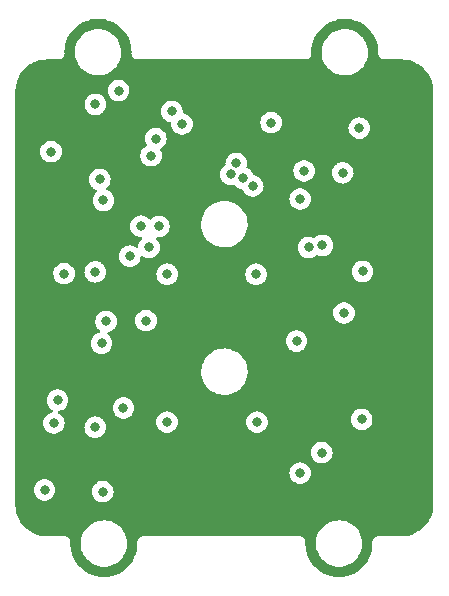
<source format=gbr>
%TF.GenerationSoftware,KiCad,Pcbnew,(5.99.0-11604-g878538abff)*%
%TF.CreationDate,2021-08-06T14:00:02+02:00*%
%TF.ProjectId,sucker-one-ui-board,7375636b-6572-42d6-9f6e-652d75692d62,rev?*%
%TF.SameCoordinates,Original*%
%TF.FileFunction,Copper,L2,Inr*%
%TF.FilePolarity,Positive*%
%FSLAX46Y46*%
G04 Gerber Fmt 4.6, Leading zero omitted, Abs format (unit mm)*
G04 Created by KiCad (PCBNEW (5.99.0-11604-g878538abff)) date 2021-08-06 14:00:02*
%MOMM*%
%LPD*%
G01*
G04 APERTURE LIST*
%TA.AperFunction,ViaPad*%
%ADD10C,0.800000*%
%TD*%
G04 APERTURE END LIST*
D10*
%TO.N,GND*%
X86842600Y-75920600D03*
X74447400Y-91617800D03*
X76174600Y-69316600D03*
X74066400Y-69596000D03*
X76123800Y-89966800D03*
X90271600Y-104648000D03*
X92659200Y-77444600D03*
X74422000Y-104089200D03*
X74422000Y-78994000D03*
X75971400Y-77419200D03*
X79679800Y-101727000D03*
X87731600Y-69443600D03*
X79086158Y-75897278D03*
X96600000Y-99600000D03*
X79425800Y-88569800D03*
X95707200Y-75946000D03*
X76174600Y-102438200D03*
X92100000Y-102200000D03*
X92684600Y-89941400D03*
X95961200Y-88544400D03*
X87045800Y-88696800D03*
X86791800Y-101295200D03*
X90957400Y-79146400D03*
X69900800Y-76530200D03*
X90957400Y-91490800D03*
X71300000Y-100000000D03*
X71200000Y-87400000D03*
%TO.N,LIFT_BTN*%
X75717400Y-74599800D03*
X71374000Y-76606400D03*
%TO.N,HIGH_BTN*%
X90220800Y-82194400D03*
X92049600Y-87909400D03*
X82931000Y-75260200D03*
%TO.N,REVERSE_BTN*%
X76377800Y-80594200D03*
X66700000Y-102900000D03*
X74853800Y-80568800D03*
X83540600Y-76530200D03*
%TO.N,DROP_BTN*%
X88671400Y-75895200D03*
X91948000Y-76047600D03*
%TO.N,LOW_BTN*%
X75285600Y-88569800D03*
X71907400Y-88620600D03*
X82487984Y-76179533D03*
X75539600Y-82372200D03*
%TO.N,TRIGGER_BTN*%
X90170000Y-99745800D03*
X89052400Y-82372200D03*
X84328000Y-77165200D03*
%TO.N,+5V*%
X84683600Y-97155000D03*
X88036400Y-90297000D03*
X71628000Y-103047800D03*
X71678800Y-78384400D03*
X71526400Y-90474800D03*
X85877400Y-71805800D03*
X84607400Y-84632800D03*
X68351400Y-84582000D03*
X93624400Y-84404200D03*
X88341200Y-101473000D03*
X76123800Y-73152000D03*
X88341200Y-78257400D03*
X93548200Y-96926400D03*
X77089000Y-84632800D03*
X67250000Y-74250000D03*
X77470000Y-70840600D03*
X77063600Y-97155000D03*
X93345000Y-72263000D03*
X67487800Y-97231200D03*
%TO.N,LED_DATA*%
X71000000Y-70250000D03*
X72974200Y-69088000D03*
%TO.N,DO_DROP*%
X70993000Y-84429600D03*
X73914000Y-83108800D03*
%TO.N,DO_HIGH*%
X73380600Y-95961200D03*
X70993000Y-97586800D03*
%TO.N,+3V3*%
X67800000Y-95300000D03*
X78333600Y-71907400D03*
%TD*%
%TA.AperFunction,Conductor*%
%TO.N,GND*%
G36*
X71542020Y-63011579D02*
G01*
X71556324Y-63013221D01*
X71862113Y-63066183D01*
X71876136Y-63069447D01*
X72173872Y-63156945D01*
X72187432Y-63161787D01*
X72473257Y-63282687D01*
X72486175Y-63289045D01*
X72756329Y-63441756D01*
X72768438Y-63449546D01*
X73019408Y-63632083D01*
X73030548Y-63641203D01*
X73259060Y-63851181D01*
X73269084Y-63861508D01*
X73355017Y-63960819D01*
X73472153Y-64096191D01*
X73480936Y-64107599D01*
X73655898Y-64363905D01*
X73663323Y-64376241D01*
X73807904Y-64650838D01*
X73813873Y-64663940D01*
X73926185Y-64953242D01*
X73930620Y-64966940D01*
X74009193Y-65267157D01*
X74012036Y-65281267D01*
X74055846Y-65588498D01*
X74057061Y-65602842D01*
X74064123Y-65861328D01*
X74064576Y-65877923D01*
X74062488Y-65904455D01*
X74060737Y-65913850D01*
X74064641Y-65952694D01*
X74065269Y-65966045D01*
X74065031Y-66005088D01*
X74067498Y-66013719D01*
X74069459Y-66020581D01*
X74073678Y-66042606D01*
X74075289Y-66058635D01*
X74078658Y-66066957D01*
X74089941Y-66094828D01*
X74094297Y-66107485D01*
X74105019Y-66145001D01*
X74109808Y-66152592D01*
X74109810Y-66152595D01*
X74113612Y-66158620D01*
X74123846Y-66178581D01*
X74129892Y-66193516D01*
X74135462Y-66200559D01*
X74135464Y-66200562D01*
X74154109Y-66224137D01*
X74161840Y-66235057D01*
X74182667Y-66268067D01*
X74194751Y-66278739D01*
X74210164Y-66295013D01*
X74214590Y-66300610D01*
X74214594Y-66300614D01*
X74220159Y-66307650D01*
X74227477Y-66312843D01*
X74227479Y-66312845D01*
X74251988Y-66330237D01*
X74262471Y-66338548D01*
X74291735Y-66364392D01*
X74299856Y-66368205D01*
X74299861Y-66368208D01*
X74306326Y-66371243D01*
X74325690Y-66382538D01*
X74338829Y-66391862D01*
X74347312Y-66394793D01*
X74347316Y-66394795D01*
X74375719Y-66404609D01*
X74388118Y-66409645D01*
X74415329Y-66422420D01*
X74423455Y-66426235D01*
X74432319Y-66427615D01*
X74432322Y-66427616D01*
X74439376Y-66428714D01*
X74461138Y-66434122D01*
X74467512Y-66436324D01*
X74476366Y-66439383D01*
X74515361Y-66441264D01*
X74528669Y-66442617D01*
X74533930Y-66443436D01*
X74557372Y-66443436D01*
X74563441Y-66443582D01*
X74612745Y-66445960D01*
X74612748Y-66445960D01*
X74621711Y-66446392D01*
X74630439Y-66444290D01*
X74633587Y-66443993D01*
X74645423Y-66443436D01*
X88705461Y-66443436D01*
X88710947Y-66443761D01*
X88715818Y-66445061D01*
X88724794Y-66444848D01*
X88724796Y-66444848D01*
X88782722Y-66443472D01*
X88785714Y-66443436D01*
X88812969Y-66443436D01*
X88817400Y-66442801D01*
X88817659Y-66442783D01*
X88823615Y-66442501D01*
X88837929Y-66442161D01*
X88861290Y-66441606D01*
X88880357Y-66435535D01*
X88900725Y-66430868D01*
X88911648Y-66429304D01*
X88911649Y-66429304D01*
X88920537Y-66428031D01*
X88928711Y-66424315D01*
X88928713Y-66424314D01*
X88952532Y-66413484D01*
X88966459Y-66408122D01*
X88991398Y-66400182D01*
X88991399Y-66400182D01*
X88999947Y-66397460D01*
X89016547Y-66386280D01*
X89034776Y-66376091D01*
X89044823Y-66371522D01*
X89044824Y-66371521D01*
X89053002Y-66367803D01*
X89079630Y-66344859D01*
X89091491Y-66335806D01*
X89113190Y-66321192D01*
X89113193Y-66321189D01*
X89120641Y-66316173D01*
X89133436Y-66300783D01*
X89148076Y-66285882D01*
X89156440Y-66278676D01*
X89156442Y-66278674D01*
X89163239Y-66272817D01*
X89182359Y-66243319D01*
X89191197Y-66231307D01*
X89207927Y-66211183D01*
X89207929Y-66211180D01*
X89213667Y-66204278D01*
X89221626Y-66185921D01*
X89231495Y-66167511D01*
X89237500Y-66158246D01*
X89237501Y-66158244D01*
X89242385Y-66150709D01*
X89244957Y-66142110D01*
X89244959Y-66142105D01*
X89252459Y-66117025D01*
X89257569Y-66103017D01*
X89271550Y-66070770D01*
X89274036Y-66050922D01*
X89278342Y-66030479D01*
X89281507Y-66019897D01*
X89281508Y-66019893D01*
X89284079Y-66011295D01*
X89284293Y-65976129D01*
X89285267Y-65961252D01*
X89289635Y-65926384D01*
X89286783Y-65908698D01*
X89285223Y-65885198D01*
X89285875Y-65861328D01*
X89288267Y-65773777D01*
X90162966Y-65773777D01*
X90165263Y-65832215D01*
X90165389Y-65835434D01*
X90165389Y-65835436D01*
X90173084Y-66031289D01*
X90173852Y-66050845D01*
X90203135Y-66211183D01*
X90216833Y-66286187D01*
X90223668Y-66323615D01*
X90311422Y-66586644D01*
X90316702Y-66597210D01*
X90395037Y-66753983D01*
X90435361Y-66834685D01*
X90593013Y-67062789D01*
X90596035Y-67066058D01*
X90778216Y-67263141D01*
X90778221Y-67263146D01*
X90781232Y-67266403D01*
X90996263Y-67441466D01*
X91000081Y-67443765D01*
X91000083Y-67443766D01*
X91160859Y-67540561D01*
X91233815Y-67584484D01*
X91237910Y-67586218D01*
X91237912Y-67586219D01*
X91485047Y-67690867D01*
X91485054Y-67690869D01*
X91489148Y-67692603D01*
X91572615Y-67714734D01*
X91752872Y-67762529D01*
X91752877Y-67762530D01*
X91757169Y-67763668D01*
X91761578Y-67764190D01*
X91761584Y-67764191D01*
X91915008Y-67782350D01*
X92032529Y-67796259D01*
X92309734Y-67789726D01*
X92314132Y-67788994D01*
X92578863Y-67744931D01*
X92578867Y-67744930D01*
X92583253Y-67744200D01*
X92587494Y-67742859D01*
X92587497Y-67742858D01*
X92843382Y-67661932D01*
X92843384Y-67661931D01*
X92847628Y-67660589D01*
X93006116Y-67584484D01*
X93093566Y-67542491D01*
X93093567Y-67542490D01*
X93097585Y-67540561D01*
X93101291Y-67538085D01*
X93324435Y-67388986D01*
X93324439Y-67388983D01*
X93328137Y-67386512D01*
X93534682Y-67201514D01*
X93537546Y-67198107D01*
X93710234Y-66992671D01*
X93710236Y-66992669D01*
X93713101Y-66989260D01*
X93859833Y-66753983D01*
X93869848Y-66731331D01*
X93970150Y-66504450D01*
X93971950Y-66500379D01*
X93986876Y-66447457D01*
X94007003Y-66376091D01*
X94047215Y-66233508D01*
X94054593Y-66178581D01*
X94083700Y-65961876D01*
X94083701Y-65961868D01*
X94084127Y-65958694D01*
X94085421Y-65917525D01*
X94087900Y-65838658D01*
X94087900Y-65838653D01*
X94088001Y-65835436D01*
X94068417Y-65558847D01*
X94010057Y-65287776D01*
X93914085Y-65027632D01*
X93782416Y-64783607D01*
X93694029Y-64663940D01*
X93620326Y-64564154D01*
X93620323Y-64564151D01*
X93617677Y-64560568D01*
X93423156Y-64362966D01*
X93419616Y-64360264D01*
X93206273Y-64197446D01*
X93206269Y-64197444D01*
X93202732Y-64194744D01*
X93036484Y-64101641D01*
X92964695Y-64061437D01*
X92964689Y-64061434D01*
X92960805Y-64059259D01*
X92956647Y-64057651D01*
X92956642Y-64057648D01*
X92706356Y-63960819D01*
X92706350Y-63960817D01*
X92702201Y-63959212D01*
X92697869Y-63958208D01*
X92697866Y-63958207D01*
X92586315Y-63932351D01*
X92432080Y-63896602D01*
X92155832Y-63872676D01*
X92151397Y-63872920D01*
X92151393Y-63872920D01*
X91883413Y-63887668D01*
X91883406Y-63887669D01*
X91878970Y-63887913D01*
X91607016Y-63942008D01*
X91345397Y-64033882D01*
X91099333Y-64161702D01*
X91095718Y-64164285D01*
X91095712Y-64164289D01*
X90877355Y-64320329D01*
X90877351Y-64320332D01*
X90873734Y-64322917D01*
X90673102Y-64514311D01*
X90501438Y-64732065D01*
X90499201Y-64735917D01*
X90364403Y-64967988D01*
X90364400Y-64967994D01*
X90362169Y-64971835D01*
X90360499Y-64975958D01*
X90295921Y-65135394D01*
X90258073Y-65228835D01*
X90257002Y-65233148D01*
X90257000Y-65233153D01*
X90202566Y-65452290D01*
X90191227Y-65497939D01*
X90190773Y-65502367D01*
X90190773Y-65502369D01*
X90182530Y-65582822D01*
X90162966Y-65773777D01*
X89288267Y-65773777D01*
X89292937Y-65602842D01*
X89294152Y-65588498D01*
X89337962Y-65281267D01*
X89340805Y-65267157D01*
X89419378Y-64966940D01*
X89423813Y-64953242D01*
X89536125Y-64663940D01*
X89542094Y-64650838D01*
X89686675Y-64376241D01*
X89694100Y-64363905D01*
X89869062Y-64107599D01*
X89877845Y-64096191D01*
X89994981Y-63960819D01*
X90080914Y-63861508D01*
X90090938Y-63851181D01*
X90319450Y-63641203D01*
X90330590Y-63632083D01*
X90581560Y-63449546D01*
X90593669Y-63441756D01*
X90863823Y-63289045D01*
X90876741Y-63282687D01*
X91162566Y-63161787D01*
X91176126Y-63156945D01*
X91473862Y-63069447D01*
X91487885Y-63066183D01*
X91793674Y-63013221D01*
X91807978Y-63011579D01*
X92117800Y-62993848D01*
X92132198Y-62993848D01*
X92442020Y-63011579D01*
X92456324Y-63013221D01*
X92762113Y-63066183D01*
X92776136Y-63069447D01*
X93073872Y-63156945D01*
X93087432Y-63161787D01*
X93373257Y-63282687D01*
X93386175Y-63289045D01*
X93656329Y-63441756D01*
X93668438Y-63449546D01*
X93919408Y-63632083D01*
X93930548Y-63641203D01*
X94159060Y-63851181D01*
X94169084Y-63861508D01*
X94255017Y-63960819D01*
X94372153Y-64096191D01*
X94380936Y-64107599D01*
X94555898Y-64363905D01*
X94563323Y-64376241D01*
X94707904Y-64650838D01*
X94713873Y-64663940D01*
X94826185Y-64953242D01*
X94830620Y-64966940D01*
X94909193Y-65267157D01*
X94912036Y-65281267D01*
X94955846Y-65588498D01*
X94957061Y-65602842D01*
X94964123Y-65861328D01*
X94964576Y-65877923D01*
X94962488Y-65904455D01*
X94960737Y-65913850D01*
X94964641Y-65952694D01*
X94965269Y-65966045D01*
X94965031Y-66005088D01*
X94967498Y-66013719D01*
X94969459Y-66020581D01*
X94973678Y-66042606D01*
X94975289Y-66058635D01*
X94978658Y-66066957D01*
X94989941Y-66094828D01*
X94994297Y-66107485D01*
X95005019Y-66145001D01*
X95009808Y-66152592D01*
X95009810Y-66152595D01*
X95013612Y-66158620D01*
X95023846Y-66178581D01*
X95029892Y-66193516D01*
X95035462Y-66200559D01*
X95035464Y-66200562D01*
X95054109Y-66224137D01*
X95061840Y-66235057D01*
X95082667Y-66268067D01*
X95094751Y-66278739D01*
X95110164Y-66295013D01*
X95114590Y-66300610D01*
X95114594Y-66300614D01*
X95120159Y-66307650D01*
X95127477Y-66312843D01*
X95127479Y-66312845D01*
X95151988Y-66330237D01*
X95162471Y-66338548D01*
X95191735Y-66364392D01*
X95199856Y-66368205D01*
X95199861Y-66368208D01*
X95206326Y-66371243D01*
X95225690Y-66382538D01*
X95238829Y-66391862D01*
X95247312Y-66394793D01*
X95247316Y-66394795D01*
X95275719Y-66404609D01*
X95288118Y-66409645D01*
X95315329Y-66422420D01*
X95323455Y-66426235D01*
X95332319Y-66427615D01*
X95332322Y-66427616D01*
X95339376Y-66428714D01*
X95361138Y-66434122D01*
X95367512Y-66436324D01*
X95376366Y-66439383D01*
X95415361Y-66441264D01*
X95428669Y-66442617D01*
X95433930Y-66443436D01*
X95457372Y-66443436D01*
X95463441Y-66443582D01*
X95512745Y-66445960D01*
X95512748Y-66445960D01*
X95521711Y-66446392D01*
X95530439Y-66444290D01*
X95533587Y-66443993D01*
X95545423Y-66443436D01*
X96875671Y-66443436D01*
X96895056Y-66444936D01*
X96909857Y-66447241D01*
X96909860Y-66447241D01*
X96918729Y-66448622D01*
X96927631Y-66447458D01*
X96927633Y-66447458D01*
X96931961Y-66446892D01*
X96936694Y-66446273D01*
X96960092Y-66445407D01*
X97219347Y-66459966D01*
X97233379Y-66461547D01*
X97375217Y-66485646D01*
X97517050Y-66509745D01*
X97530825Y-66512889D01*
X97609234Y-66535478D01*
X97807320Y-66592546D01*
X97820640Y-66597207D01*
X98059628Y-66696199D01*
X98086481Y-66707322D01*
X98099211Y-66713453D01*
X98351029Y-66852627D01*
X98362994Y-66860144D01*
X98597665Y-67026652D01*
X98608712Y-67035462D01*
X98797853Y-67204488D01*
X98823255Y-67227189D01*
X98833246Y-67237180D01*
X99024973Y-67451723D01*
X99033783Y-67462770D01*
X99200291Y-67697441D01*
X99207808Y-67709406D01*
X99346982Y-67961224D01*
X99353113Y-67973954D01*
X99463228Y-68239795D01*
X99467889Y-68253115D01*
X99522805Y-68443732D01*
X99547546Y-68529610D01*
X99550690Y-68543385D01*
X99598887Y-68827051D01*
X99600469Y-68841088D01*
X99614336Y-69088000D01*
X99614620Y-69093058D01*
X99613318Y-69119504D01*
X99611813Y-69129166D01*
X99612978Y-69138073D01*
X99615935Y-69160687D01*
X99616999Y-69177025D01*
X99616999Y-104086109D01*
X99615499Y-104105493D01*
X99611813Y-104129167D01*
X99612977Y-104138069D01*
X99612977Y-104138071D01*
X99614162Y-104147129D01*
X99615028Y-104170532D01*
X99600469Y-104429781D01*
X99598887Y-104443822D01*
X99550690Y-104727488D01*
X99547546Y-104741263D01*
X99467889Y-105017758D01*
X99463228Y-105031078D01*
X99387828Y-105213111D01*
X99353113Y-105296919D01*
X99346982Y-105309649D01*
X99207808Y-105561467D01*
X99200291Y-105573432D01*
X99033783Y-105808103D01*
X99024973Y-105819150D01*
X98833246Y-106033693D01*
X98823255Y-106043684D01*
X98608712Y-106235411D01*
X98597665Y-106244221D01*
X98362994Y-106410729D01*
X98351029Y-106418246D01*
X98099211Y-106557420D01*
X98086480Y-106563551D01*
X97820640Y-106673666D01*
X97807320Y-106678327D01*
X97616703Y-106733243D01*
X97530825Y-106757984D01*
X97517050Y-106761128D01*
X97375217Y-106785227D01*
X97233379Y-106809326D01*
X97219347Y-106810907D01*
X96967372Y-106825058D01*
X96940931Y-106823756D01*
X96931269Y-106822251D01*
X96899748Y-106826373D01*
X96883410Y-106827437D01*
X95044544Y-106827437D01*
X95039053Y-106827111D01*
X95034179Y-106825811D01*
X95025202Y-106826024D01*
X95025200Y-106826024D01*
X94967233Y-106827401D01*
X94964241Y-106827437D01*
X94937030Y-106827437D01*
X94932596Y-106828072D01*
X94932374Y-106828088D01*
X94926458Y-106828370D01*
X94888707Y-106829266D01*
X94880152Y-106831990D01*
X94880151Y-106831990D01*
X94869636Y-106835338D01*
X94849272Y-106840004D01*
X94838356Y-106841567D01*
X94838347Y-106841570D01*
X94829462Y-106842842D01*
X94821287Y-106846559D01*
X94797478Y-106857384D01*
X94783554Y-106862744D01*
X94758607Y-106870687D01*
X94758603Y-106870689D01*
X94750050Y-106873412D01*
X94742607Y-106878425D01*
X94742605Y-106878426D01*
X94733446Y-106884595D01*
X94715206Y-106894791D01*
X94705170Y-106899354D01*
X94696997Y-106903070D01*
X94690198Y-106908928D01*
X94690197Y-106908929D01*
X94670383Y-106926002D01*
X94658521Y-106935056D01*
X94636803Y-106949683D01*
X94636801Y-106949685D01*
X94629356Y-106954699D01*
X94623621Y-106961597D01*
X94623619Y-106961599D01*
X94616553Y-106970099D01*
X94601910Y-106985001D01*
X94593562Y-106992194D01*
X94593558Y-106992198D01*
X94586760Y-106998056D01*
X94567642Y-107027550D01*
X94558809Y-107039554D01*
X94536330Y-107066594D01*
X94532760Y-107074828D01*
X94528365Y-107084964D01*
X94518496Y-107103374D01*
X94512497Y-107112629D01*
X94512495Y-107112633D01*
X94507614Y-107120164D01*
X94505042Y-107128763D01*
X94505042Y-107128764D01*
X94497547Y-107153827D01*
X94492433Y-107167843D01*
X94478447Y-107200102D01*
X94477331Y-107209011D01*
X94475958Y-107219971D01*
X94471654Y-107240404D01*
X94465920Y-107259578D01*
X94465865Y-107268553D01*
X94465865Y-107268555D01*
X94465706Y-107294719D01*
X94464732Y-107309604D01*
X94460362Y-107344488D01*
X94463214Y-107362173D01*
X94464774Y-107385674D01*
X94463415Y-107435434D01*
X94457060Y-107668028D01*
X94455845Y-107682372D01*
X94422070Y-107919235D01*
X94412036Y-107989600D01*
X94409192Y-108003715D01*
X94330619Y-108303932D01*
X94326184Y-108317630D01*
X94213872Y-108606932D01*
X94207903Y-108620034D01*
X94063322Y-108894630D01*
X94055897Y-108906966D01*
X93880935Y-109163272D01*
X93872152Y-109174680D01*
X93669087Y-109409358D01*
X93659059Y-109419690D01*
X93430544Y-109629674D01*
X93419425Y-109638777D01*
X93168429Y-109821332D01*
X93156329Y-109829115D01*
X92886172Y-109981827D01*
X92873254Y-109988185D01*
X92587433Y-110109083D01*
X92573879Y-110113923D01*
X92276135Y-110201424D01*
X92262111Y-110204688D01*
X91956324Y-110257650D01*
X91942020Y-110259292D01*
X91632198Y-110277023D01*
X91617800Y-110277023D01*
X91307979Y-110259292D01*
X91293675Y-110257650D01*
X90987886Y-110204688D01*
X90973863Y-110201424D01*
X90676127Y-110113926D01*
X90662567Y-110109084D01*
X90438146Y-110014157D01*
X90376741Y-109988184D01*
X90363824Y-109981826D01*
X90093670Y-109829115D01*
X90081561Y-109821325D01*
X89830591Y-109638789D01*
X89819451Y-109629669D01*
X89590939Y-109419691D01*
X89580915Y-109409364D01*
X89377845Y-109174680D01*
X89369063Y-109163273D01*
X89194101Y-108906967D01*
X89186676Y-108894631D01*
X89042095Y-108620034D01*
X89036126Y-108606932D01*
X88923817Y-108317639D01*
X88919382Y-108303941D01*
X88840806Y-108003709D01*
X88837962Y-107989594D01*
X88817844Y-107848508D01*
X88794153Y-107682374D01*
X88792938Y-107668028D01*
X88789951Y-107558694D01*
X88785423Y-107392946D01*
X88786932Y-107373777D01*
X89662966Y-107373777D01*
X89665263Y-107432215D01*
X89665389Y-107435434D01*
X89665389Y-107435436D01*
X89673084Y-107631289D01*
X89673852Y-107650845D01*
X89723668Y-107923615D01*
X89811422Y-108186644D01*
X89813415Y-108190632D01*
X89895037Y-108353983D01*
X89935361Y-108434685D01*
X90093013Y-108662789D01*
X90096035Y-108666058D01*
X90278216Y-108863141D01*
X90278221Y-108863146D01*
X90281232Y-108866403D01*
X90496263Y-109041466D01*
X90500081Y-109043765D01*
X90500083Y-109043766D01*
X90660859Y-109140561D01*
X90733815Y-109184484D01*
X90737910Y-109186218D01*
X90737912Y-109186219D01*
X90985047Y-109290867D01*
X90985054Y-109290869D01*
X90989148Y-109292603D01*
X91087961Y-109318803D01*
X91252872Y-109362529D01*
X91252877Y-109362530D01*
X91257169Y-109363668D01*
X91261578Y-109364190D01*
X91261584Y-109364191D01*
X91415008Y-109382350D01*
X91532529Y-109396259D01*
X91809734Y-109389726D01*
X91814132Y-109388994D01*
X92078863Y-109344931D01*
X92078867Y-109344930D01*
X92083253Y-109344200D01*
X92087494Y-109342859D01*
X92087497Y-109342858D01*
X92343382Y-109261932D01*
X92343384Y-109261931D01*
X92347628Y-109260589D01*
X92506116Y-109184484D01*
X92593566Y-109142491D01*
X92593567Y-109142490D01*
X92597585Y-109140561D01*
X92742450Y-109043766D01*
X92824435Y-108988986D01*
X92824439Y-108988983D01*
X92828137Y-108986512D01*
X93034682Y-108801514D01*
X93151293Y-108662789D01*
X93210234Y-108592671D01*
X93210236Y-108592669D01*
X93213101Y-108589260D01*
X93359833Y-108353983D01*
X93369848Y-108331331D01*
X93470150Y-108104450D01*
X93471950Y-108100379D01*
X93547215Y-107833508D01*
X93569442Y-107668028D01*
X93583700Y-107561876D01*
X93583701Y-107561868D01*
X93584127Y-107558694D01*
X93588001Y-107435436D01*
X93568417Y-107158847D01*
X93561941Y-107128764D01*
X93510993Y-106892123D01*
X93510993Y-106892121D01*
X93510057Y-106887776D01*
X93414085Y-106627632D01*
X93282416Y-106383607D01*
X93117677Y-106160568D01*
X92923156Y-105962966D01*
X92919616Y-105960264D01*
X92706273Y-105797446D01*
X92706269Y-105797444D01*
X92702732Y-105794744D01*
X92640067Y-105759650D01*
X92464695Y-105661437D01*
X92464689Y-105661434D01*
X92460805Y-105659259D01*
X92456647Y-105657651D01*
X92456642Y-105657648D01*
X92206356Y-105560819D01*
X92206350Y-105560817D01*
X92202201Y-105559212D01*
X92197869Y-105558208D01*
X92197866Y-105558207D01*
X92086315Y-105532351D01*
X91932080Y-105496602D01*
X91655832Y-105472676D01*
X91651397Y-105472920D01*
X91651393Y-105472920D01*
X91383413Y-105487668D01*
X91383406Y-105487669D01*
X91378970Y-105487913D01*
X91107016Y-105542008D01*
X90845397Y-105633882D01*
X90599333Y-105761702D01*
X90595718Y-105764285D01*
X90595712Y-105764289D01*
X90377355Y-105920329D01*
X90377351Y-105920332D01*
X90373734Y-105922917D01*
X90173102Y-106114311D01*
X90170346Y-106117807D01*
X90170345Y-106117808D01*
X90070689Y-106244221D01*
X90001438Y-106332065D01*
X89953371Y-106414819D01*
X89864403Y-106567988D01*
X89864400Y-106567994D01*
X89862169Y-106571835D01*
X89860499Y-106575958D01*
X89759837Y-106824481D01*
X89758073Y-106828835D01*
X89757002Y-106833148D01*
X89757000Y-106833153D01*
X89694450Y-107084964D01*
X89691227Y-107097939D01*
X89690773Y-107102367D01*
X89690773Y-107102369D01*
X89664155Y-107362173D01*
X89662966Y-107373777D01*
X88786932Y-107373777D01*
X88787511Y-107366418D01*
X88789262Y-107357023D01*
X88785358Y-107318179D01*
X88784730Y-107304828D01*
X88784913Y-107274760D01*
X88784968Y-107265785D01*
X88780540Y-107250292D01*
X88776321Y-107228267D01*
X88775608Y-107221173D01*
X88774710Y-107212238D01*
X88760061Y-107176052D01*
X88755705Y-107163398D01*
X88747447Y-107134502D01*
X88747446Y-107134499D01*
X88744980Y-107125872D01*
X88736384Y-107112248D01*
X88726154Y-107092294D01*
X88723476Y-107085680D01*
X88723474Y-107085676D01*
X88720106Y-107077357D01*
X88695896Y-107046746D01*
X88688163Y-107035821D01*
X88672124Y-107010401D01*
X88667332Y-107002806D01*
X88655247Y-106992133D01*
X88639833Y-106975859D01*
X88629840Y-106963223D01*
X88622522Y-106958030D01*
X88622520Y-106958028D01*
X88598011Y-106940636D01*
X88587528Y-106932325D01*
X88558264Y-106906481D01*
X88550143Y-106902668D01*
X88550138Y-106902665D01*
X88543673Y-106899630D01*
X88524309Y-106888335D01*
X88511170Y-106879011D01*
X88502687Y-106876080D01*
X88502683Y-106876078D01*
X88474280Y-106866264D01*
X88461881Y-106861228D01*
X88434670Y-106848453D01*
X88434669Y-106848453D01*
X88426544Y-106844638D01*
X88417680Y-106843258D01*
X88417677Y-106843257D01*
X88410623Y-106842159D01*
X88388861Y-106836751D01*
X88382116Y-106834421D01*
X88373633Y-106831490D01*
X88334638Y-106829609D01*
X88321330Y-106828256D01*
X88316069Y-106827437D01*
X88292627Y-106827437D01*
X88286558Y-106827291D01*
X88237254Y-106824913D01*
X88237251Y-106824913D01*
X88228288Y-106824481D01*
X88219560Y-106826583D01*
X88216412Y-106826880D01*
X88204576Y-106827437D01*
X75144544Y-106827437D01*
X75139053Y-106827111D01*
X75134179Y-106825811D01*
X75125202Y-106826024D01*
X75125200Y-106826024D01*
X75067233Y-106827401D01*
X75064241Y-106827437D01*
X75037030Y-106827437D01*
X75032596Y-106828072D01*
X75032374Y-106828088D01*
X75026458Y-106828370D01*
X74988707Y-106829266D01*
X74980152Y-106831990D01*
X74980151Y-106831990D01*
X74969636Y-106835338D01*
X74949272Y-106840004D01*
X74938356Y-106841567D01*
X74938347Y-106841570D01*
X74929462Y-106842842D01*
X74921287Y-106846559D01*
X74897478Y-106857384D01*
X74883554Y-106862744D01*
X74858607Y-106870687D01*
X74858603Y-106870689D01*
X74850050Y-106873412D01*
X74842607Y-106878425D01*
X74842605Y-106878426D01*
X74833446Y-106884595D01*
X74815206Y-106894791D01*
X74805170Y-106899354D01*
X74796997Y-106903070D01*
X74790198Y-106908928D01*
X74790197Y-106908929D01*
X74770383Y-106926002D01*
X74758521Y-106935056D01*
X74736803Y-106949683D01*
X74736801Y-106949685D01*
X74729356Y-106954699D01*
X74723621Y-106961597D01*
X74723619Y-106961599D01*
X74716553Y-106970099D01*
X74701910Y-106985001D01*
X74693562Y-106992194D01*
X74693558Y-106992198D01*
X74686760Y-106998056D01*
X74667642Y-107027550D01*
X74658809Y-107039554D01*
X74636330Y-107066594D01*
X74632760Y-107074828D01*
X74628365Y-107084964D01*
X74618496Y-107103374D01*
X74612497Y-107112629D01*
X74612495Y-107112633D01*
X74607614Y-107120164D01*
X74605042Y-107128763D01*
X74605042Y-107128764D01*
X74597547Y-107153827D01*
X74592433Y-107167843D01*
X74578447Y-107200102D01*
X74577331Y-107209011D01*
X74575958Y-107219971D01*
X74571654Y-107240404D01*
X74565920Y-107259578D01*
X74565865Y-107268553D01*
X74565865Y-107268555D01*
X74565706Y-107294719D01*
X74564732Y-107309604D01*
X74560362Y-107344488D01*
X74563214Y-107362173D01*
X74564774Y-107385674D01*
X74563415Y-107435434D01*
X74557060Y-107668028D01*
X74555845Y-107682372D01*
X74522070Y-107919235D01*
X74512036Y-107989600D01*
X74509192Y-108003715D01*
X74430619Y-108303932D01*
X74426184Y-108317630D01*
X74313872Y-108606932D01*
X74307903Y-108620034D01*
X74163322Y-108894630D01*
X74155897Y-108906966D01*
X73980935Y-109163272D01*
X73972152Y-109174680D01*
X73769087Y-109409358D01*
X73759059Y-109419690D01*
X73530544Y-109629674D01*
X73519425Y-109638777D01*
X73268429Y-109821332D01*
X73256329Y-109829115D01*
X72986172Y-109981827D01*
X72973254Y-109988185D01*
X72687433Y-110109083D01*
X72673879Y-110113923D01*
X72376135Y-110201424D01*
X72362111Y-110204688D01*
X72056324Y-110257650D01*
X72042020Y-110259292D01*
X71732198Y-110277023D01*
X71717800Y-110277023D01*
X71407979Y-110259292D01*
X71393675Y-110257650D01*
X71087886Y-110204688D01*
X71073863Y-110201424D01*
X70776127Y-110113926D01*
X70762567Y-110109084D01*
X70538146Y-110014157D01*
X70476741Y-109988184D01*
X70463824Y-109981826D01*
X70193670Y-109829115D01*
X70181561Y-109821325D01*
X69930591Y-109638789D01*
X69919451Y-109629669D01*
X69690939Y-109419691D01*
X69680915Y-109409364D01*
X69477845Y-109174680D01*
X69469063Y-109163273D01*
X69294101Y-108906967D01*
X69286676Y-108894631D01*
X69142095Y-108620034D01*
X69136126Y-108606932D01*
X69023817Y-108317639D01*
X69019382Y-108303941D01*
X68940806Y-108003709D01*
X68937962Y-107989594D01*
X68917844Y-107848508D01*
X68894153Y-107682374D01*
X68892938Y-107668028D01*
X68889951Y-107558694D01*
X68885423Y-107392946D01*
X68886932Y-107373777D01*
X69762966Y-107373777D01*
X69765263Y-107432215D01*
X69765389Y-107435434D01*
X69765389Y-107435436D01*
X69773084Y-107631289D01*
X69773852Y-107650845D01*
X69823668Y-107923615D01*
X69911422Y-108186644D01*
X69913415Y-108190632D01*
X69995037Y-108353983D01*
X70035361Y-108434685D01*
X70193013Y-108662789D01*
X70196035Y-108666058D01*
X70378216Y-108863141D01*
X70378221Y-108863146D01*
X70381232Y-108866403D01*
X70596263Y-109041466D01*
X70600081Y-109043765D01*
X70600083Y-109043766D01*
X70760859Y-109140561D01*
X70833815Y-109184484D01*
X70837910Y-109186218D01*
X70837912Y-109186219D01*
X71085047Y-109290867D01*
X71085054Y-109290869D01*
X71089148Y-109292603D01*
X71187961Y-109318803D01*
X71352872Y-109362529D01*
X71352877Y-109362530D01*
X71357169Y-109363668D01*
X71361578Y-109364190D01*
X71361584Y-109364191D01*
X71515008Y-109382350D01*
X71632529Y-109396259D01*
X71909734Y-109389726D01*
X71914132Y-109388994D01*
X72178863Y-109344931D01*
X72178867Y-109344930D01*
X72183253Y-109344200D01*
X72187494Y-109342859D01*
X72187497Y-109342858D01*
X72443382Y-109261932D01*
X72443384Y-109261931D01*
X72447628Y-109260589D01*
X72606116Y-109184484D01*
X72693566Y-109142491D01*
X72693567Y-109142490D01*
X72697585Y-109140561D01*
X72842450Y-109043766D01*
X72924435Y-108988986D01*
X72924439Y-108988983D01*
X72928137Y-108986512D01*
X73134682Y-108801514D01*
X73251293Y-108662789D01*
X73310234Y-108592671D01*
X73310236Y-108592669D01*
X73313101Y-108589260D01*
X73459833Y-108353983D01*
X73469848Y-108331331D01*
X73570150Y-108104450D01*
X73571950Y-108100379D01*
X73647215Y-107833508D01*
X73669442Y-107668028D01*
X73683700Y-107561876D01*
X73683701Y-107561868D01*
X73684127Y-107558694D01*
X73688001Y-107435436D01*
X73668417Y-107158847D01*
X73661941Y-107128764D01*
X73610993Y-106892123D01*
X73610993Y-106892121D01*
X73610057Y-106887776D01*
X73514085Y-106627632D01*
X73382416Y-106383607D01*
X73217677Y-106160568D01*
X73023156Y-105962966D01*
X73019616Y-105960264D01*
X72806273Y-105797446D01*
X72806269Y-105797444D01*
X72802732Y-105794744D01*
X72740067Y-105759650D01*
X72564695Y-105661437D01*
X72564689Y-105661434D01*
X72560805Y-105659259D01*
X72556647Y-105657651D01*
X72556642Y-105657648D01*
X72306356Y-105560819D01*
X72306350Y-105560817D01*
X72302201Y-105559212D01*
X72297869Y-105558208D01*
X72297866Y-105558207D01*
X72186315Y-105532351D01*
X72032080Y-105496602D01*
X71755832Y-105472676D01*
X71751397Y-105472920D01*
X71751393Y-105472920D01*
X71483413Y-105487668D01*
X71483406Y-105487669D01*
X71478970Y-105487913D01*
X71207016Y-105542008D01*
X70945397Y-105633882D01*
X70699333Y-105761702D01*
X70695718Y-105764285D01*
X70695712Y-105764289D01*
X70477355Y-105920329D01*
X70477351Y-105920332D01*
X70473734Y-105922917D01*
X70273102Y-106114311D01*
X70270346Y-106117807D01*
X70270345Y-106117808D01*
X70170689Y-106244221D01*
X70101438Y-106332065D01*
X70053371Y-106414819D01*
X69964403Y-106567988D01*
X69964400Y-106567994D01*
X69962169Y-106571835D01*
X69960499Y-106575958D01*
X69859837Y-106824481D01*
X69858073Y-106828835D01*
X69857002Y-106833148D01*
X69857000Y-106833153D01*
X69794450Y-107084964D01*
X69791227Y-107097939D01*
X69790773Y-107102367D01*
X69790773Y-107102369D01*
X69764155Y-107362173D01*
X69762966Y-107373777D01*
X68886932Y-107373777D01*
X68887511Y-107366418D01*
X68889262Y-107357023D01*
X68885358Y-107318179D01*
X68884730Y-107304828D01*
X68884913Y-107274760D01*
X68884968Y-107265785D01*
X68880540Y-107250292D01*
X68876321Y-107228267D01*
X68875608Y-107221173D01*
X68874710Y-107212238D01*
X68860061Y-107176052D01*
X68855705Y-107163398D01*
X68847447Y-107134502D01*
X68847446Y-107134499D01*
X68844980Y-107125872D01*
X68836384Y-107112248D01*
X68826154Y-107092294D01*
X68823476Y-107085680D01*
X68823474Y-107085676D01*
X68820106Y-107077357D01*
X68795896Y-107046746D01*
X68788163Y-107035821D01*
X68772124Y-107010401D01*
X68767332Y-107002806D01*
X68755247Y-106992133D01*
X68739833Y-106975859D01*
X68729840Y-106963223D01*
X68722522Y-106958030D01*
X68722520Y-106958028D01*
X68698011Y-106940636D01*
X68687528Y-106932325D01*
X68658264Y-106906481D01*
X68650143Y-106902668D01*
X68650138Y-106902665D01*
X68643673Y-106899630D01*
X68624309Y-106888335D01*
X68611170Y-106879011D01*
X68602687Y-106876080D01*
X68602683Y-106876078D01*
X68574280Y-106866264D01*
X68561881Y-106861228D01*
X68534670Y-106848453D01*
X68534669Y-106848453D01*
X68526544Y-106844638D01*
X68517680Y-106843258D01*
X68517677Y-106843257D01*
X68510623Y-106842159D01*
X68488861Y-106836751D01*
X68482116Y-106834421D01*
X68473633Y-106831490D01*
X68434638Y-106829609D01*
X68421330Y-106828256D01*
X68416069Y-106827437D01*
X68392627Y-106827437D01*
X68386558Y-106827291D01*
X68337254Y-106824913D01*
X68337251Y-106824913D01*
X68328288Y-106824481D01*
X68319560Y-106826583D01*
X68316412Y-106826880D01*
X68304576Y-106827437D01*
X66974327Y-106827437D01*
X66954942Y-106825937D01*
X66940141Y-106823632D01*
X66940138Y-106823632D01*
X66931269Y-106822251D01*
X66922367Y-106823415D01*
X66922365Y-106823415D01*
X66918037Y-106823981D01*
X66913304Y-106824600D01*
X66889906Y-106825466D01*
X66630651Y-106810907D01*
X66616619Y-106809326D01*
X66474781Y-106785227D01*
X66332948Y-106761128D01*
X66319173Y-106757984D01*
X66233295Y-106733243D01*
X66042678Y-106678327D01*
X66029358Y-106673666D01*
X65763518Y-106563551D01*
X65750787Y-106557420D01*
X65498969Y-106418246D01*
X65487004Y-106410729D01*
X65252333Y-106244221D01*
X65241286Y-106235411D01*
X65026743Y-106043684D01*
X65016752Y-106033693D01*
X64825025Y-105819150D01*
X64816215Y-105808103D01*
X64649707Y-105573432D01*
X64642190Y-105561467D01*
X64503016Y-105309649D01*
X64496885Y-105296919D01*
X64462170Y-105213111D01*
X64386770Y-105031078D01*
X64382109Y-105017758D01*
X64302452Y-104741263D01*
X64299308Y-104727488D01*
X64251111Y-104443822D01*
X64249529Y-104429781D01*
X64235378Y-104177815D01*
X64236680Y-104151369D01*
X64238185Y-104141707D01*
X64234063Y-104110185D01*
X64232999Y-104093848D01*
X64232999Y-102900000D01*
X65786496Y-102900000D01*
X65806458Y-103089928D01*
X65865473Y-103271556D01*
X65960960Y-103436944D01*
X66088747Y-103578866D01*
X66243248Y-103691118D01*
X66249276Y-103693802D01*
X66249278Y-103693803D01*
X66411681Y-103766109D01*
X66417712Y-103768794D01*
X66511112Y-103788647D01*
X66598056Y-103807128D01*
X66598061Y-103807128D01*
X66604513Y-103808500D01*
X66795487Y-103808500D01*
X66801939Y-103807128D01*
X66801944Y-103807128D01*
X66888888Y-103788647D01*
X66982288Y-103768794D01*
X66988319Y-103766109D01*
X67150722Y-103693803D01*
X67150724Y-103693802D01*
X67156752Y-103691118D01*
X67311253Y-103578866D01*
X67439040Y-103436944D01*
X67534527Y-103271556D01*
X67593542Y-103089928D01*
X67597970Y-103047800D01*
X70714496Y-103047800D01*
X70734458Y-103237728D01*
X70793473Y-103419356D01*
X70888960Y-103584744D01*
X71016747Y-103726666D01*
X71171248Y-103838918D01*
X71177276Y-103841602D01*
X71177278Y-103841603D01*
X71339681Y-103913909D01*
X71345712Y-103916594D01*
X71439112Y-103936447D01*
X71526056Y-103954928D01*
X71526061Y-103954928D01*
X71532513Y-103956300D01*
X71723487Y-103956300D01*
X71729939Y-103954928D01*
X71729944Y-103954928D01*
X71816888Y-103936447D01*
X71910288Y-103916594D01*
X71916319Y-103913909D01*
X72078722Y-103841603D01*
X72078724Y-103841602D01*
X72084752Y-103838918D01*
X72239253Y-103726666D01*
X72367040Y-103584744D01*
X72462527Y-103419356D01*
X72521542Y-103237728D01*
X72541504Y-103047800D01*
X72521542Y-102857872D01*
X72462527Y-102676244D01*
X72367040Y-102510856D01*
X72250568Y-102381500D01*
X72243675Y-102373845D01*
X72243674Y-102373844D01*
X72239253Y-102368934D01*
X72140157Y-102296936D01*
X72090094Y-102260563D01*
X72090093Y-102260562D01*
X72084752Y-102256682D01*
X72078724Y-102253998D01*
X72078722Y-102253997D01*
X71916319Y-102181691D01*
X71916318Y-102181691D01*
X71910288Y-102179006D01*
X71800873Y-102155749D01*
X71729944Y-102140672D01*
X71729939Y-102140672D01*
X71723487Y-102139300D01*
X71532513Y-102139300D01*
X71526061Y-102140672D01*
X71526056Y-102140672D01*
X71455127Y-102155749D01*
X71345712Y-102179006D01*
X71339682Y-102181691D01*
X71339681Y-102181691D01*
X71177278Y-102253997D01*
X71177276Y-102253998D01*
X71171248Y-102256682D01*
X71165907Y-102260562D01*
X71165906Y-102260563D01*
X71115843Y-102296936D01*
X71016747Y-102368934D01*
X71012326Y-102373844D01*
X71012325Y-102373845D01*
X71005433Y-102381500D01*
X70888960Y-102510856D01*
X70793473Y-102676244D01*
X70734458Y-102857872D01*
X70714496Y-103047800D01*
X67597970Y-103047800D01*
X67613504Y-102900000D01*
X67593542Y-102710072D01*
X67534527Y-102528444D01*
X67439040Y-102363056D01*
X67346462Y-102260237D01*
X67315675Y-102226045D01*
X67315674Y-102226044D01*
X67311253Y-102221134D01*
X67156752Y-102108882D01*
X67150724Y-102106198D01*
X67150722Y-102106197D01*
X66988319Y-102033891D01*
X66988318Y-102033891D01*
X66982288Y-102031206D01*
X66882259Y-102009944D01*
X66801944Y-101992872D01*
X66801939Y-101992872D01*
X66795487Y-101991500D01*
X66604513Y-101991500D01*
X66598061Y-101992872D01*
X66598056Y-101992872D01*
X66517741Y-102009944D01*
X66417712Y-102031206D01*
X66411682Y-102033891D01*
X66411681Y-102033891D01*
X66249278Y-102106197D01*
X66249276Y-102106198D01*
X66243248Y-102108882D01*
X66088747Y-102221134D01*
X66084326Y-102226044D01*
X66084325Y-102226045D01*
X66053539Y-102260237D01*
X65960960Y-102363056D01*
X65865473Y-102528444D01*
X65806458Y-102710072D01*
X65786496Y-102900000D01*
X64232999Y-102900000D01*
X64232999Y-101473000D01*
X87427696Y-101473000D01*
X87447658Y-101662928D01*
X87506673Y-101844556D01*
X87602160Y-102009944D01*
X87606578Y-102014851D01*
X87606579Y-102014852D01*
X87719868Y-102140672D01*
X87729947Y-102151866D01*
X87819941Y-102217251D01*
X87870518Y-102253997D01*
X87884448Y-102264118D01*
X87890476Y-102266802D01*
X87890478Y-102266803D01*
X88052881Y-102339109D01*
X88058912Y-102341794D01*
X88152312Y-102361647D01*
X88239256Y-102380128D01*
X88239261Y-102380128D01*
X88245713Y-102381500D01*
X88436687Y-102381500D01*
X88443139Y-102380128D01*
X88443144Y-102380128D01*
X88530088Y-102361647D01*
X88623488Y-102341794D01*
X88629519Y-102339109D01*
X88791922Y-102266803D01*
X88791924Y-102266802D01*
X88797952Y-102264118D01*
X88811883Y-102253997D01*
X88862459Y-102217251D01*
X88952453Y-102151866D01*
X88962532Y-102140672D01*
X89075821Y-102014852D01*
X89075822Y-102014851D01*
X89080240Y-102009944D01*
X89175727Y-101844556D01*
X89234742Y-101662928D01*
X89254704Y-101473000D01*
X89234742Y-101283072D01*
X89175727Y-101101444D01*
X89080240Y-100936056D01*
X88952453Y-100794134D01*
X88797952Y-100681882D01*
X88791924Y-100679198D01*
X88791922Y-100679197D01*
X88629519Y-100606891D01*
X88629518Y-100606891D01*
X88623488Y-100604206D01*
X88530088Y-100584353D01*
X88443144Y-100565872D01*
X88443139Y-100565872D01*
X88436687Y-100564500D01*
X88245713Y-100564500D01*
X88239261Y-100565872D01*
X88239256Y-100565872D01*
X88152312Y-100584353D01*
X88058912Y-100604206D01*
X88052882Y-100606891D01*
X88052881Y-100606891D01*
X87890478Y-100679197D01*
X87890476Y-100679198D01*
X87884448Y-100681882D01*
X87729947Y-100794134D01*
X87602160Y-100936056D01*
X87506673Y-101101444D01*
X87447658Y-101283072D01*
X87427696Y-101473000D01*
X64232999Y-101473000D01*
X64232999Y-99745800D01*
X89256496Y-99745800D01*
X89276458Y-99935728D01*
X89335473Y-100117356D01*
X89430960Y-100282744D01*
X89558747Y-100424666D01*
X89713248Y-100536918D01*
X89719276Y-100539602D01*
X89719278Y-100539603D01*
X89881681Y-100611909D01*
X89887712Y-100614594D01*
X89981113Y-100634447D01*
X90068056Y-100652928D01*
X90068061Y-100652928D01*
X90074513Y-100654300D01*
X90265487Y-100654300D01*
X90271939Y-100652928D01*
X90271944Y-100652928D01*
X90358888Y-100634447D01*
X90452288Y-100614594D01*
X90458319Y-100611909D01*
X90620722Y-100539603D01*
X90620724Y-100539602D01*
X90626752Y-100536918D01*
X90781253Y-100424666D01*
X90909040Y-100282744D01*
X91004527Y-100117356D01*
X91063542Y-99935728D01*
X91083504Y-99745800D01*
X91063542Y-99555872D01*
X91004527Y-99374244D01*
X90909040Y-99208856D01*
X90781253Y-99066934D01*
X90626752Y-98954682D01*
X90620724Y-98951998D01*
X90620722Y-98951997D01*
X90458319Y-98879691D01*
X90458318Y-98879691D01*
X90452288Y-98877006D01*
X90358888Y-98857153D01*
X90271944Y-98838672D01*
X90271939Y-98838672D01*
X90265487Y-98837300D01*
X90074513Y-98837300D01*
X90068061Y-98838672D01*
X90068056Y-98838672D01*
X89981113Y-98857153D01*
X89887712Y-98877006D01*
X89881682Y-98879691D01*
X89881681Y-98879691D01*
X89719278Y-98951997D01*
X89719276Y-98951998D01*
X89713248Y-98954682D01*
X89558747Y-99066934D01*
X89430960Y-99208856D01*
X89335473Y-99374244D01*
X89276458Y-99555872D01*
X89256496Y-99745800D01*
X64232999Y-99745800D01*
X64232999Y-97231200D01*
X66574296Y-97231200D01*
X66574986Y-97237765D01*
X66591709Y-97396872D01*
X66594258Y-97421128D01*
X66653273Y-97602756D01*
X66748760Y-97768144D01*
X66753178Y-97773051D01*
X66753179Y-97773052D01*
X66872125Y-97905155D01*
X66876547Y-97910066D01*
X67031048Y-98022318D01*
X67037076Y-98025002D01*
X67037078Y-98025003D01*
X67199481Y-98097309D01*
X67205512Y-98099994D01*
X67298912Y-98119847D01*
X67385856Y-98138328D01*
X67385861Y-98138328D01*
X67392313Y-98139700D01*
X67583287Y-98139700D01*
X67589739Y-98138328D01*
X67589744Y-98138328D01*
X67676688Y-98119847D01*
X67770088Y-98099994D01*
X67776119Y-98097309D01*
X67938522Y-98025003D01*
X67938524Y-98025002D01*
X67944552Y-98022318D01*
X68099053Y-97910066D01*
X68103475Y-97905155D01*
X68222421Y-97773052D01*
X68222422Y-97773051D01*
X68226840Y-97768144D01*
X68322327Y-97602756D01*
X68327511Y-97586800D01*
X70079496Y-97586800D01*
X70099458Y-97776728D01*
X70158473Y-97958356D01*
X70253960Y-98123744D01*
X70381747Y-98265666D01*
X70536248Y-98377918D01*
X70542276Y-98380602D01*
X70542278Y-98380603D01*
X70704681Y-98452909D01*
X70710712Y-98455594D01*
X70804113Y-98475447D01*
X70891056Y-98493928D01*
X70891061Y-98493928D01*
X70897513Y-98495300D01*
X71088487Y-98495300D01*
X71094939Y-98493928D01*
X71094944Y-98493928D01*
X71181887Y-98475447D01*
X71275288Y-98455594D01*
X71281319Y-98452909D01*
X71443722Y-98380603D01*
X71443724Y-98380602D01*
X71449752Y-98377918D01*
X71604253Y-98265666D01*
X71732040Y-98123744D01*
X71827527Y-97958356D01*
X71886542Y-97776728D01*
X71906504Y-97586800D01*
X71894044Y-97468252D01*
X71887232Y-97403435D01*
X71887232Y-97403433D01*
X71886542Y-97396872D01*
X71827527Y-97215244D01*
X71792745Y-97155000D01*
X76150096Y-97155000D01*
X76150786Y-97161565D01*
X76165723Y-97303679D01*
X76170058Y-97344928D01*
X76229073Y-97526556D01*
X76324560Y-97691944D01*
X76328978Y-97696851D01*
X76328979Y-97696852D01*
X76418762Y-97796566D01*
X76452347Y-97833866D01*
X76606848Y-97946118D01*
X76612876Y-97948802D01*
X76612878Y-97948803D01*
X76634335Y-97958356D01*
X76781312Y-98023794D01*
X76874712Y-98043647D01*
X76961656Y-98062128D01*
X76961661Y-98062128D01*
X76968113Y-98063500D01*
X77159087Y-98063500D01*
X77165539Y-98062128D01*
X77165544Y-98062128D01*
X77252487Y-98043647D01*
X77345888Y-98023794D01*
X77492865Y-97958356D01*
X77514322Y-97948803D01*
X77514324Y-97948802D01*
X77520352Y-97946118D01*
X77674853Y-97833866D01*
X77708438Y-97796566D01*
X77798221Y-97696852D01*
X77798222Y-97696851D01*
X77802640Y-97691944D01*
X77898127Y-97526556D01*
X77957142Y-97344928D01*
X77961478Y-97303679D01*
X77976414Y-97161565D01*
X77977104Y-97155000D01*
X83770096Y-97155000D01*
X83770786Y-97161565D01*
X83785723Y-97303679D01*
X83790058Y-97344928D01*
X83849073Y-97526556D01*
X83944560Y-97691944D01*
X83948978Y-97696851D01*
X83948979Y-97696852D01*
X84038762Y-97796566D01*
X84072347Y-97833866D01*
X84226848Y-97946118D01*
X84232876Y-97948802D01*
X84232878Y-97948803D01*
X84254335Y-97958356D01*
X84401312Y-98023794D01*
X84494712Y-98043647D01*
X84581656Y-98062128D01*
X84581661Y-98062128D01*
X84588113Y-98063500D01*
X84779087Y-98063500D01*
X84785539Y-98062128D01*
X84785544Y-98062128D01*
X84872487Y-98043647D01*
X84965888Y-98023794D01*
X85112865Y-97958356D01*
X85134322Y-97948803D01*
X85134324Y-97948802D01*
X85140352Y-97946118D01*
X85294853Y-97833866D01*
X85328438Y-97796566D01*
X85418221Y-97696852D01*
X85418222Y-97696851D01*
X85422640Y-97691944D01*
X85518127Y-97526556D01*
X85577142Y-97344928D01*
X85581478Y-97303679D01*
X85596414Y-97161565D01*
X85597104Y-97155000D01*
X85577142Y-96965072D01*
X85564577Y-96926400D01*
X92634696Y-96926400D01*
X92635386Y-96932965D01*
X92648273Y-97055574D01*
X92654658Y-97116328D01*
X92713673Y-97297956D01*
X92809160Y-97463344D01*
X92936947Y-97605266D01*
X93036043Y-97677264D01*
X93056249Y-97691944D01*
X93091448Y-97717518D01*
X93097476Y-97720202D01*
X93097478Y-97720203D01*
X93216180Y-97773052D01*
X93265912Y-97795194D01*
X93359313Y-97815047D01*
X93446256Y-97833528D01*
X93446261Y-97833528D01*
X93452713Y-97834900D01*
X93643687Y-97834900D01*
X93650139Y-97833528D01*
X93650144Y-97833528D01*
X93737088Y-97815047D01*
X93830488Y-97795194D01*
X93880220Y-97773052D01*
X93998922Y-97720203D01*
X93998924Y-97720202D01*
X94004952Y-97717518D01*
X94040152Y-97691944D01*
X94060357Y-97677264D01*
X94159453Y-97605266D01*
X94287240Y-97463344D01*
X94382727Y-97297956D01*
X94441742Y-97116328D01*
X94448128Y-97055574D01*
X94461014Y-96932965D01*
X94461704Y-96926400D01*
X94455745Y-96869700D01*
X94442432Y-96743035D01*
X94442432Y-96743033D01*
X94441742Y-96736472D01*
X94382727Y-96554844D01*
X94287240Y-96389456D01*
X94194274Y-96286206D01*
X94163875Y-96252445D01*
X94163874Y-96252444D01*
X94159453Y-96247534D01*
X94004952Y-96135282D01*
X93998924Y-96132598D01*
X93998922Y-96132597D01*
X93836519Y-96060291D01*
X93836518Y-96060291D01*
X93830488Y-96057606D01*
X93737088Y-96037753D01*
X93650144Y-96019272D01*
X93650139Y-96019272D01*
X93643687Y-96017900D01*
X93452713Y-96017900D01*
X93446261Y-96019272D01*
X93446256Y-96019272D01*
X93359313Y-96037753D01*
X93265912Y-96057606D01*
X93259882Y-96060291D01*
X93259881Y-96060291D01*
X93097478Y-96132597D01*
X93097476Y-96132598D01*
X93091448Y-96135282D01*
X92936947Y-96247534D01*
X92932526Y-96252444D01*
X92932525Y-96252445D01*
X92902127Y-96286206D01*
X92809160Y-96389456D01*
X92713673Y-96554844D01*
X92654658Y-96736472D01*
X92653968Y-96743033D01*
X92653968Y-96743035D01*
X92640655Y-96869700D01*
X92634696Y-96926400D01*
X85564577Y-96926400D01*
X85518127Y-96783444D01*
X85422640Y-96618056D01*
X85359968Y-96548451D01*
X85299275Y-96481045D01*
X85299274Y-96481044D01*
X85294853Y-96476134D01*
X85183422Y-96395174D01*
X85145694Y-96367763D01*
X85145693Y-96367762D01*
X85140352Y-96363882D01*
X85134324Y-96361198D01*
X85134322Y-96361197D01*
X84971919Y-96288891D01*
X84971918Y-96288891D01*
X84965888Y-96286206D01*
X84872488Y-96266353D01*
X84785544Y-96247872D01*
X84785539Y-96247872D01*
X84779087Y-96246500D01*
X84588113Y-96246500D01*
X84581661Y-96247872D01*
X84581656Y-96247872D01*
X84494712Y-96266353D01*
X84401312Y-96286206D01*
X84395282Y-96288891D01*
X84395281Y-96288891D01*
X84232878Y-96361197D01*
X84232876Y-96361198D01*
X84226848Y-96363882D01*
X84221507Y-96367762D01*
X84221506Y-96367763D01*
X84183778Y-96395174D01*
X84072347Y-96476134D01*
X84067926Y-96481044D01*
X84067925Y-96481045D01*
X84007233Y-96548451D01*
X83944560Y-96618056D01*
X83849073Y-96783444D01*
X83790058Y-96965072D01*
X83770096Y-97155000D01*
X77977104Y-97155000D01*
X77957142Y-96965072D01*
X77898127Y-96783444D01*
X77802640Y-96618056D01*
X77739968Y-96548451D01*
X77679275Y-96481045D01*
X77679274Y-96481044D01*
X77674853Y-96476134D01*
X77563422Y-96395174D01*
X77525694Y-96367763D01*
X77525693Y-96367762D01*
X77520352Y-96363882D01*
X77514324Y-96361198D01*
X77514322Y-96361197D01*
X77351919Y-96288891D01*
X77351918Y-96288891D01*
X77345888Y-96286206D01*
X77252488Y-96266353D01*
X77165544Y-96247872D01*
X77165539Y-96247872D01*
X77159087Y-96246500D01*
X76968113Y-96246500D01*
X76961661Y-96247872D01*
X76961656Y-96247872D01*
X76874712Y-96266353D01*
X76781312Y-96286206D01*
X76775282Y-96288891D01*
X76775281Y-96288891D01*
X76612878Y-96361197D01*
X76612876Y-96361198D01*
X76606848Y-96363882D01*
X76601507Y-96367762D01*
X76601506Y-96367763D01*
X76563778Y-96395174D01*
X76452347Y-96476134D01*
X76447926Y-96481044D01*
X76447925Y-96481045D01*
X76387233Y-96548451D01*
X76324560Y-96618056D01*
X76229073Y-96783444D01*
X76170058Y-96965072D01*
X76150096Y-97155000D01*
X71792745Y-97155000D01*
X71732040Y-97049856D01*
X71650048Y-96958794D01*
X71608675Y-96912845D01*
X71608674Y-96912844D01*
X71604253Y-96907934D01*
X71449752Y-96795682D01*
X71443724Y-96792998D01*
X71443722Y-96792997D01*
X71281319Y-96720691D01*
X71281318Y-96720691D01*
X71275288Y-96718006D01*
X71163554Y-96694256D01*
X71094944Y-96679672D01*
X71094939Y-96679672D01*
X71088487Y-96678300D01*
X70897513Y-96678300D01*
X70891061Y-96679672D01*
X70891056Y-96679672D01*
X70822446Y-96694256D01*
X70710712Y-96718006D01*
X70704682Y-96720691D01*
X70704681Y-96720691D01*
X70542278Y-96792997D01*
X70542276Y-96792998D01*
X70536248Y-96795682D01*
X70381747Y-96907934D01*
X70377326Y-96912844D01*
X70377325Y-96912845D01*
X70335953Y-96958794D01*
X70253960Y-97049856D01*
X70158473Y-97215244D01*
X70099458Y-97396872D01*
X70098768Y-97403433D01*
X70098768Y-97403435D01*
X70091956Y-97468252D01*
X70079496Y-97586800D01*
X68327511Y-97586800D01*
X68381342Y-97421128D01*
X68383892Y-97396872D01*
X68400614Y-97237765D01*
X68401304Y-97231200D01*
X68392605Y-97148435D01*
X68382032Y-97047835D01*
X68382032Y-97047833D01*
X68381342Y-97041272D01*
X68322327Y-96859644D01*
X68226840Y-96694256D01*
X68181544Y-96643949D01*
X68103475Y-96557245D01*
X68103474Y-96557244D01*
X68099053Y-96552334D01*
X67944552Y-96440082D01*
X67938515Y-96437394D01*
X67930894Y-96434000D01*
X67876800Y-96388019D01*
X67856152Y-96320091D01*
X67875506Y-96251784D01*
X67928718Y-96204784D01*
X67955946Y-96195649D01*
X68082288Y-96168794D01*
X68121967Y-96151128D01*
X68250722Y-96093803D01*
X68250724Y-96093802D01*
X68256752Y-96091118D01*
X68411253Y-95978866D01*
X68427160Y-95961200D01*
X72467096Y-95961200D01*
X72467786Y-95967765D01*
X72485393Y-96135282D01*
X72487058Y-96151128D01*
X72546073Y-96332756D01*
X72641560Y-96498144D01*
X72645978Y-96503051D01*
X72645979Y-96503052D01*
X72687460Y-96549121D01*
X72769347Y-96640066D01*
X72923848Y-96752318D01*
X72929876Y-96755002D01*
X72929878Y-96755003D01*
X73092281Y-96827309D01*
X73098312Y-96829994D01*
X73191712Y-96849847D01*
X73278656Y-96868328D01*
X73278661Y-96868328D01*
X73285113Y-96869700D01*
X73476087Y-96869700D01*
X73482539Y-96868328D01*
X73482544Y-96868328D01*
X73569488Y-96849847D01*
X73662888Y-96829994D01*
X73668919Y-96827309D01*
X73831322Y-96755003D01*
X73831324Y-96755002D01*
X73837352Y-96752318D01*
X73991853Y-96640066D01*
X74073740Y-96549121D01*
X74115221Y-96503052D01*
X74115222Y-96503051D01*
X74119640Y-96498144D01*
X74215127Y-96332756D01*
X74274142Y-96151128D01*
X74275808Y-96135282D01*
X74293414Y-95967765D01*
X74294104Y-95961200D01*
X74274142Y-95771272D01*
X74215127Y-95589644D01*
X74119640Y-95424256D01*
X73991853Y-95282334D01*
X73837352Y-95170082D01*
X73831324Y-95167398D01*
X73831322Y-95167397D01*
X73668919Y-95095091D01*
X73668918Y-95095091D01*
X73662888Y-95092406D01*
X73569488Y-95072553D01*
X73482544Y-95054072D01*
X73482539Y-95054072D01*
X73476087Y-95052700D01*
X73285113Y-95052700D01*
X73278661Y-95054072D01*
X73278656Y-95054072D01*
X73191712Y-95072553D01*
X73098312Y-95092406D01*
X73092282Y-95095091D01*
X73092281Y-95095091D01*
X72929878Y-95167397D01*
X72929876Y-95167398D01*
X72923848Y-95170082D01*
X72769347Y-95282334D01*
X72641560Y-95424256D01*
X72546073Y-95589644D01*
X72487058Y-95771272D01*
X72467096Y-95961200D01*
X68427160Y-95961200D01*
X68539040Y-95836944D01*
X68634527Y-95671556D01*
X68693542Y-95489928D01*
X68713504Y-95300000D01*
X68693542Y-95110072D01*
X68634527Y-94928444D01*
X68539040Y-94763056D01*
X68521652Y-94743744D01*
X68415675Y-94626045D01*
X68415674Y-94626044D01*
X68411253Y-94621134D01*
X68256752Y-94508882D01*
X68250724Y-94506198D01*
X68250722Y-94506197D01*
X68088319Y-94433891D01*
X68088318Y-94433891D01*
X68082288Y-94431206D01*
X67988887Y-94411353D01*
X67901944Y-94392872D01*
X67901939Y-94392872D01*
X67895487Y-94391500D01*
X67704513Y-94391500D01*
X67698061Y-94392872D01*
X67698056Y-94392872D01*
X67611113Y-94411353D01*
X67517712Y-94431206D01*
X67511682Y-94433891D01*
X67511681Y-94433891D01*
X67349278Y-94506197D01*
X67349276Y-94506198D01*
X67343248Y-94508882D01*
X67188747Y-94621134D01*
X67184326Y-94626044D01*
X67184325Y-94626045D01*
X67078349Y-94743744D01*
X67060960Y-94763056D01*
X66965473Y-94928444D01*
X66906458Y-95110072D01*
X66886496Y-95300000D01*
X66906458Y-95489928D01*
X66965473Y-95671556D01*
X67060960Y-95836944D01*
X67188747Y-95978866D01*
X67343248Y-96091118D01*
X67349284Y-96093805D01*
X67349285Y-96093806D01*
X67356906Y-96097200D01*
X67411000Y-96143181D01*
X67431648Y-96211109D01*
X67412294Y-96279416D01*
X67359082Y-96326416D01*
X67331854Y-96335551D01*
X67205512Y-96362406D01*
X67199482Y-96365091D01*
X67199481Y-96365091D01*
X67037078Y-96437397D01*
X67037076Y-96437398D01*
X67031048Y-96440082D01*
X66876547Y-96552334D01*
X66872126Y-96557244D01*
X66872125Y-96557245D01*
X66794057Y-96643949D01*
X66748760Y-96694256D01*
X66653273Y-96859644D01*
X66594258Y-97041272D01*
X66593568Y-97047833D01*
X66593568Y-97047835D01*
X66582995Y-97148435D01*
X66574296Y-97231200D01*
X64232999Y-97231200D01*
X64232999Y-92823777D01*
X79962966Y-92823777D01*
X79965263Y-92882215D01*
X79965389Y-92885434D01*
X79965389Y-92885436D01*
X79973084Y-93081289D01*
X79973852Y-93100845D01*
X80023668Y-93373615D01*
X80111422Y-93636644D01*
X80113415Y-93640632D01*
X80195037Y-93803983D01*
X80235361Y-93884685D01*
X80393013Y-94112789D01*
X80396035Y-94116058D01*
X80578216Y-94313141D01*
X80578221Y-94313146D01*
X80581232Y-94316403D01*
X80796263Y-94491466D01*
X80800081Y-94493765D01*
X80800083Y-94493766D01*
X80960859Y-94590561D01*
X81033815Y-94634484D01*
X81037910Y-94636218D01*
X81037912Y-94636219D01*
X81285047Y-94740867D01*
X81285054Y-94740869D01*
X81289148Y-94742603D01*
X81347776Y-94758148D01*
X81552872Y-94812529D01*
X81552877Y-94812530D01*
X81557169Y-94813668D01*
X81561578Y-94814190D01*
X81561584Y-94814191D01*
X81715008Y-94832350D01*
X81832529Y-94846259D01*
X82109734Y-94839726D01*
X82114132Y-94838994D01*
X82378863Y-94794931D01*
X82378867Y-94794930D01*
X82383253Y-94794200D01*
X82387494Y-94792859D01*
X82387497Y-94792858D01*
X82643382Y-94711932D01*
X82643384Y-94711931D01*
X82647628Y-94710589D01*
X82806116Y-94634484D01*
X82893566Y-94592491D01*
X82893567Y-94592490D01*
X82897585Y-94590561D01*
X83014019Y-94512763D01*
X83124435Y-94438986D01*
X83124439Y-94438983D01*
X83128137Y-94436512D01*
X83334682Y-94251514D01*
X83451293Y-94112789D01*
X83510234Y-94042671D01*
X83510236Y-94042669D01*
X83513101Y-94039260D01*
X83659833Y-93803983D01*
X83669848Y-93781331D01*
X83770150Y-93554450D01*
X83771950Y-93550379D01*
X83847215Y-93283508D01*
X83849220Y-93268582D01*
X83883700Y-93011876D01*
X83883701Y-93011868D01*
X83884127Y-93008694D01*
X83888001Y-92885436D01*
X83868417Y-92608847D01*
X83810057Y-92337776D01*
X83714085Y-92077632D01*
X83582416Y-91833607D01*
X83417677Y-91610568D01*
X83223156Y-91412966D01*
X83219616Y-91410264D01*
X83006273Y-91247446D01*
X83006269Y-91247444D01*
X83002732Y-91244744D01*
X82940067Y-91209650D01*
X82764695Y-91111437D01*
X82764689Y-91111434D01*
X82760805Y-91109259D01*
X82756647Y-91107651D01*
X82756642Y-91107648D01*
X82506356Y-91010819D01*
X82506350Y-91010817D01*
X82502201Y-91009212D01*
X82497869Y-91008208D01*
X82497866Y-91008207D01*
X82386315Y-90982351D01*
X82232080Y-90946602D01*
X81955832Y-90922676D01*
X81951397Y-90922920D01*
X81951393Y-90922920D01*
X81683413Y-90937668D01*
X81683406Y-90937669D01*
X81678970Y-90937913D01*
X81407016Y-90992008D01*
X81145397Y-91083882D01*
X80899333Y-91211702D01*
X80895718Y-91214285D01*
X80895712Y-91214289D01*
X80677355Y-91370329D01*
X80677351Y-91370332D01*
X80673734Y-91372917D01*
X80473102Y-91564311D01*
X80301438Y-91782065D01*
X80299201Y-91785917D01*
X80164403Y-92017988D01*
X80164400Y-92017994D01*
X80162169Y-92021835D01*
X80160499Y-92025958D01*
X80095921Y-92185394D01*
X80058073Y-92278835D01*
X80057002Y-92283148D01*
X80057000Y-92283153D01*
X80043432Y-92337776D01*
X79991227Y-92547939D01*
X79990773Y-92552367D01*
X79990773Y-92552369D01*
X79976715Y-92689583D01*
X79962966Y-92823777D01*
X64232999Y-92823777D01*
X64232999Y-90474800D01*
X70612896Y-90474800D01*
X70632858Y-90664728D01*
X70691873Y-90846356D01*
X70787360Y-91011744D01*
X70915147Y-91153666D01*
X70984602Y-91204128D01*
X71044224Y-91247446D01*
X71069648Y-91265918D01*
X71075676Y-91268602D01*
X71075678Y-91268603D01*
X71238081Y-91340909D01*
X71244112Y-91343594D01*
X71337512Y-91363447D01*
X71424456Y-91381928D01*
X71424461Y-91381928D01*
X71430913Y-91383300D01*
X71621887Y-91383300D01*
X71628339Y-91381928D01*
X71628344Y-91381928D01*
X71715288Y-91363447D01*
X71808688Y-91343594D01*
X71814719Y-91340909D01*
X71977122Y-91268603D01*
X71977124Y-91268602D01*
X71983152Y-91265918D01*
X72008577Y-91247446D01*
X72068198Y-91204128D01*
X72137653Y-91153666D01*
X72265440Y-91011744D01*
X72360927Y-90846356D01*
X72419942Y-90664728D01*
X72439904Y-90474800D01*
X72421217Y-90297000D01*
X87122896Y-90297000D01*
X87142858Y-90486928D01*
X87201873Y-90668556D01*
X87297360Y-90833944D01*
X87301778Y-90838851D01*
X87301779Y-90838852D01*
X87399703Y-90947608D01*
X87425147Y-90975866D01*
X87474529Y-91011744D01*
X87573818Y-91083882D01*
X87579648Y-91088118D01*
X87585676Y-91090802D01*
X87585678Y-91090803D01*
X87726872Y-91153666D01*
X87754112Y-91165794D01*
X87847513Y-91185647D01*
X87934456Y-91204128D01*
X87934461Y-91204128D01*
X87940913Y-91205500D01*
X88131887Y-91205500D01*
X88138339Y-91204128D01*
X88138344Y-91204128D01*
X88225287Y-91185647D01*
X88318688Y-91165794D01*
X88345928Y-91153666D01*
X88487122Y-91090803D01*
X88487124Y-91090802D01*
X88493152Y-91088118D01*
X88498983Y-91083882D01*
X88598271Y-91011744D01*
X88647653Y-90975866D01*
X88673097Y-90947608D01*
X88771021Y-90838852D01*
X88771022Y-90838851D01*
X88775440Y-90833944D01*
X88870927Y-90668556D01*
X88929942Y-90486928D01*
X88949904Y-90297000D01*
X88929942Y-90107072D01*
X88870927Y-89925444D01*
X88775440Y-89760056D01*
X88647653Y-89618134D01*
X88493152Y-89505882D01*
X88487124Y-89503198D01*
X88487122Y-89503197D01*
X88324719Y-89430891D01*
X88324718Y-89430891D01*
X88318688Y-89428206D01*
X88222860Y-89407837D01*
X88138344Y-89389872D01*
X88138339Y-89389872D01*
X88131887Y-89388500D01*
X87940913Y-89388500D01*
X87934461Y-89389872D01*
X87934456Y-89389872D01*
X87849940Y-89407837D01*
X87754112Y-89428206D01*
X87748082Y-89430891D01*
X87748081Y-89430891D01*
X87585678Y-89503197D01*
X87585676Y-89503198D01*
X87579648Y-89505882D01*
X87425147Y-89618134D01*
X87297360Y-89760056D01*
X87201873Y-89925444D01*
X87142858Y-90107072D01*
X87122896Y-90297000D01*
X72421217Y-90297000D01*
X72419942Y-90284872D01*
X72360927Y-90103244D01*
X72265440Y-89937856D01*
X72137653Y-89795934D01*
X72051964Y-89733677D01*
X72008610Y-89677455D01*
X72002535Y-89606718D01*
X72035667Y-89543927D01*
X72099828Y-89508494D01*
X72135589Y-89500893D01*
X72183230Y-89490767D01*
X72183233Y-89490766D01*
X72189688Y-89489394D01*
X72214606Y-89478300D01*
X72358122Y-89414403D01*
X72358124Y-89414402D01*
X72364152Y-89411718D01*
X72518653Y-89299466D01*
X72560897Y-89252549D01*
X72642021Y-89162452D01*
X72642022Y-89162451D01*
X72646440Y-89157544D01*
X72741927Y-88992156D01*
X72800942Y-88810528D01*
X72804341Y-88778194D01*
X72820214Y-88627165D01*
X72820904Y-88620600D01*
X72815565Y-88569800D01*
X74372096Y-88569800D01*
X74392058Y-88759728D01*
X74451073Y-88941356D01*
X74546560Y-89106744D01*
X74550978Y-89111651D01*
X74550979Y-89111652D01*
X74669925Y-89243755D01*
X74674347Y-89248666D01*
X74828848Y-89360918D01*
X74834876Y-89363602D01*
X74834878Y-89363603D01*
X74997281Y-89435909D01*
X75003312Y-89438594D01*
X75096712Y-89458447D01*
X75183656Y-89476928D01*
X75183661Y-89476928D01*
X75190113Y-89478300D01*
X75381087Y-89478300D01*
X75387539Y-89476928D01*
X75387544Y-89476928D01*
X75474488Y-89458447D01*
X75567888Y-89438594D01*
X75573919Y-89435909D01*
X75736322Y-89363603D01*
X75736324Y-89363602D01*
X75742352Y-89360918D01*
X75896853Y-89248666D01*
X75901275Y-89243755D01*
X76020221Y-89111652D01*
X76020222Y-89111651D01*
X76024640Y-89106744D01*
X76120127Y-88941356D01*
X76179142Y-88759728D01*
X76199104Y-88569800D01*
X76186644Y-88451252D01*
X76179832Y-88386435D01*
X76179832Y-88386433D01*
X76179142Y-88379872D01*
X76120127Y-88198244D01*
X76024640Y-88032856D01*
X75942594Y-87941734D01*
X75913480Y-87909400D01*
X91136096Y-87909400D01*
X91136786Y-87915965D01*
X91149673Y-88038574D01*
X91156058Y-88099328D01*
X91215073Y-88280956D01*
X91310560Y-88446344D01*
X91438347Y-88588266D01*
X91592848Y-88700518D01*
X91598876Y-88703202D01*
X91598878Y-88703203D01*
X91725836Y-88759728D01*
X91767312Y-88778194D01*
X91860712Y-88798047D01*
X91947656Y-88816528D01*
X91947661Y-88816528D01*
X91954113Y-88817900D01*
X92145087Y-88817900D01*
X92151539Y-88816528D01*
X92151544Y-88816528D01*
X92238488Y-88798047D01*
X92331888Y-88778194D01*
X92373364Y-88759728D01*
X92500322Y-88703203D01*
X92500324Y-88703202D01*
X92506352Y-88700518D01*
X92660853Y-88588266D01*
X92788640Y-88446344D01*
X92884127Y-88280956D01*
X92943142Y-88099328D01*
X92949528Y-88038574D01*
X92962414Y-87915965D01*
X92963104Y-87909400D01*
X92946823Y-87754491D01*
X92943832Y-87726035D01*
X92943832Y-87726033D01*
X92943142Y-87719472D01*
X92884127Y-87537844D01*
X92788640Y-87372456D01*
X92660853Y-87230534D01*
X92506352Y-87118282D01*
X92500324Y-87115598D01*
X92500322Y-87115597D01*
X92337919Y-87043291D01*
X92337918Y-87043291D01*
X92331888Y-87040606D01*
X92238488Y-87020753D01*
X92151544Y-87002272D01*
X92151539Y-87002272D01*
X92145087Y-87000900D01*
X91954113Y-87000900D01*
X91947661Y-87002272D01*
X91947656Y-87002272D01*
X91860712Y-87020753D01*
X91767312Y-87040606D01*
X91761282Y-87043291D01*
X91761281Y-87043291D01*
X91598878Y-87115597D01*
X91598876Y-87115598D01*
X91592848Y-87118282D01*
X91438347Y-87230534D01*
X91310560Y-87372456D01*
X91215073Y-87537844D01*
X91156058Y-87719472D01*
X91155368Y-87726033D01*
X91155368Y-87726035D01*
X91152377Y-87754491D01*
X91136096Y-87909400D01*
X75913480Y-87909400D01*
X75901275Y-87895845D01*
X75901274Y-87895844D01*
X75896853Y-87890934D01*
X75742352Y-87778682D01*
X75736324Y-87775998D01*
X75736322Y-87775997D01*
X75573919Y-87703691D01*
X75573918Y-87703691D01*
X75567888Y-87701006D01*
X75474487Y-87681153D01*
X75387544Y-87662672D01*
X75387539Y-87662672D01*
X75381087Y-87661300D01*
X75190113Y-87661300D01*
X75183661Y-87662672D01*
X75183656Y-87662672D01*
X75096713Y-87681153D01*
X75003312Y-87701006D01*
X74997282Y-87703691D01*
X74997281Y-87703691D01*
X74834878Y-87775997D01*
X74834876Y-87775998D01*
X74828848Y-87778682D01*
X74674347Y-87890934D01*
X74669926Y-87895844D01*
X74669925Y-87895845D01*
X74628607Y-87941734D01*
X74546560Y-88032856D01*
X74451073Y-88198244D01*
X74392058Y-88379872D01*
X74391368Y-88386433D01*
X74391368Y-88386435D01*
X74384556Y-88451252D01*
X74372096Y-88569800D01*
X72815565Y-88569800D01*
X72800942Y-88430672D01*
X72741927Y-88249044D01*
X72646440Y-88083656D01*
X72596281Y-88027948D01*
X72523075Y-87946645D01*
X72523074Y-87946644D01*
X72518653Y-87941734D01*
X72364152Y-87829482D01*
X72358124Y-87826798D01*
X72358122Y-87826797D01*
X72195719Y-87754491D01*
X72195718Y-87754491D01*
X72189688Y-87751806D01*
X72068446Y-87726035D01*
X72009344Y-87713472D01*
X72009339Y-87713472D01*
X72002887Y-87712100D01*
X71811913Y-87712100D01*
X71805461Y-87713472D01*
X71805456Y-87713472D01*
X71746354Y-87726035D01*
X71625112Y-87751806D01*
X71619082Y-87754491D01*
X71619081Y-87754491D01*
X71456678Y-87826797D01*
X71456676Y-87826798D01*
X71450648Y-87829482D01*
X71296147Y-87941734D01*
X71291726Y-87946644D01*
X71291725Y-87946645D01*
X71218520Y-88027948D01*
X71168360Y-88083656D01*
X71072873Y-88249044D01*
X71013858Y-88430672D01*
X70993896Y-88620600D01*
X70994586Y-88627165D01*
X71010460Y-88778194D01*
X71013858Y-88810528D01*
X71072873Y-88992156D01*
X71168360Y-89157544D01*
X71172778Y-89162451D01*
X71172779Y-89162452D01*
X71253903Y-89252549D01*
X71296147Y-89299466D01*
X71373247Y-89355483D01*
X71381836Y-89361723D01*
X71425190Y-89417945D01*
X71431265Y-89488682D01*
X71398133Y-89551473D01*
X71333972Y-89586906D01*
X71298211Y-89594507D01*
X71250570Y-89604633D01*
X71250567Y-89604634D01*
X71244112Y-89606006D01*
X71238082Y-89608691D01*
X71238081Y-89608691D01*
X71075678Y-89680997D01*
X71075676Y-89680998D01*
X71069648Y-89683682D01*
X70915147Y-89795934D01*
X70787360Y-89937856D01*
X70691873Y-90103244D01*
X70632858Y-90284872D01*
X70612896Y-90474800D01*
X64232999Y-90474800D01*
X64232999Y-84582000D01*
X67437896Y-84582000D01*
X67438586Y-84588565D01*
X67441151Y-84612965D01*
X67457858Y-84771928D01*
X67516873Y-84953556D01*
X67520176Y-84959278D01*
X67520177Y-84959279D01*
X67527205Y-84971452D01*
X67612360Y-85118944D01*
X67616778Y-85123851D01*
X67616779Y-85123852D01*
X67706415Y-85223403D01*
X67740147Y-85260866D01*
X67894648Y-85373118D01*
X67900676Y-85375802D01*
X67900678Y-85375803D01*
X68063081Y-85448109D01*
X68069112Y-85450794D01*
X68162512Y-85470647D01*
X68249456Y-85489128D01*
X68249461Y-85489128D01*
X68255913Y-85490500D01*
X68446887Y-85490500D01*
X68453339Y-85489128D01*
X68453344Y-85489128D01*
X68540288Y-85470647D01*
X68633688Y-85450794D01*
X68639719Y-85448109D01*
X68802122Y-85375803D01*
X68802124Y-85375802D01*
X68808152Y-85373118D01*
X68962653Y-85260866D01*
X68996385Y-85223403D01*
X69086021Y-85123852D01*
X69086022Y-85123851D01*
X69090440Y-85118944D01*
X69175595Y-84971452D01*
X69182623Y-84959279D01*
X69182624Y-84959278D01*
X69185927Y-84953556D01*
X69244942Y-84771928D01*
X69261650Y-84612965D01*
X69264214Y-84588565D01*
X69264904Y-84582000D01*
X69250281Y-84442872D01*
X69248886Y-84429600D01*
X70079496Y-84429600D01*
X70080186Y-84436165D01*
X70096099Y-84587565D01*
X70099458Y-84619528D01*
X70158473Y-84801156D01*
X70161776Y-84806878D01*
X70161777Y-84806879D01*
X70174552Y-84829006D01*
X70253960Y-84966544D01*
X70381747Y-85108466D01*
X70466089Y-85169744D01*
X70504984Y-85198003D01*
X70536248Y-85220718D01*
X70542276Y-85223402D01*
X70542278Y-85223403D01*
X70653662Y-85272994D01*
X70710712Y-85298394D01*
X70804113Y-85318247D01*
X70891056Y-85336728D01*
X70891061Y-85336728D01*
X70897513Y-85338100D01*
X71088487Y-85338100D01*
X71094939Y-85336728D01*
X71094944Y-85336728D01*
X71181887Y-85318247D01*
X71275288Y-85298394D01*
X71332338Y-85272994D01*
X71443722Y-85223403D01*
X71443724Y-85223402D01*
X71449752Y-85220718D01*
X71481017Y-85198003D01*
X71519911Y-85169744D01*
X71604253Y-85108466D01*
X71732040Y-84966544D01*
X71811448Y-84829006D01*
X71824223Y-84806879D01*
X71824224Y-84806878D01*
X71827527Y-84801156D01*
X71882230Y-84632800D01*
X76175496Y-84632800D01*
X76176186Y-84639365D01*
X76191123Y-84781479D01*
X76195458Y-84822728D01*
X76254473Y-85004356D01*
X76349960Y-85169744D01*
X76354378Y-85174651D01*
X76354379Y-85174652D01*
X76444162Y-85274366D01*
X76477747Y-85311666D01*
X76632248Y-85423918D01*
X76638276Y-85426602D01*
X76638278Y-85426603D01*
X76781794Y-85490500D01*
X76806712Y-85501594D01*
X76900113Y-85521447D01*
X76987056Y-85539928D01*
X76987061Y-85539928D01*
X76993513Y-85541300D01*
X77184487Y-85541300D01*
X77190939Y-85539928D01*
X77190944Y-85539928D01*
X77277887Y-85521447D01*
X77371288Y-85501594D01*
X77396206Y-85490500D01*
X77539722Y-85426603D01*
X77539724Y-85426602D01*
X77545752Y-85423918D01*
X77700253Y-85311666D01*
X77733838Y-85274366D01*
X77823621Y-85174652D01*
X77823622Y-85174651D01*
X77828040Y-85169744D01*
X77923527Y-85004356D01*
X77982542Y-84822728D01*
X77986878Y-84781479D01*
X78001814Y-84639365D01*
X78002504Y-84632800D01*
X83693896Y-84632800D01*
X83694586Y-84639365D01*
X83709523Y-84781479D01*
X83713858Y-84822728D01*
X83772873Y-85004356D01*
X83868360Y-85169744D01*
X83872778Y-85174651D01*
X83872779Y-85174652D01*
X83962562Y-85274366D01*
X83996147Y-85311666D01*
X84150648Y-85423918D01*
X84156676Y-85426602D01*
X84156678Y-85426603D01*
X84300194Y-85490500D01*
X84325112Y-85501594D01*
X84418513Y-85521447D01*
X84505456Y-85539928D01*
X84505461Y-85539928D01*
X84511913Y-85541300D01*
X84702887Y-85541300D01*
X84709339Y-85539928D01*
X84709344Y-85539928D01*
X84796287Y-85521447D01*
X84889688Y-85501594D01*
X84914606Y-85490500D01*
X85058122Y-85426603D01*
X85058124Y-85426602D01*
X85064152Y-85423918D01*
X85218653Y-85311666D01*
X85252238Y-85274366D01*
X85342021Y-85174652D01*
X85342022Y-85174651D01*
X85346440Y-85169744D01*
X85441927Y-85004356D01*
X85500942Y-84822728D01*
X85505278Y-84781479D01*
X85520214Y-84639365D01*
X85520904Y-84632800D01*
X85500942Y-84442872D01*
X85488377Y-84404200D01*
X92710896Y-84404200D01*
X92730858Y-84594128D01*
X92789873Y-84775756D01*
X92885360Y-84941144D01*
X93013147Y-85083066D01*
X93054659Y-85113226D01*
X93132449Y-85169744D01*
X93167648Y-85195318D01*
X93173676Y-85198002D01*
X93173678Y-85198003D01*
X93314872Y-85260866D01*
X93342112Y-85272994D01*
X93435512Y-85292847D01*
X93522456Y-85311328D01*
X93522461Y-85311328D01*
X93528913Y-85312700D01*
X93719887Y-85312700D01*
X93726339Y-85311328D01*
X93726344Y-85311328D01*
X93813288Y-85292847D01*
X93906688Y-85272994D01*
X93933928Y-85260866D01*
X94075122Y-85198003D01*
X94075124Y-85198002D01*
X94081152Y-85195318D01*
X94116352Y-85169744D01*
X94194141Y-85113226D01*
X94235653Y-85083066D01*
X94363440Y-84941144D01*
X94458927Y-84775756D01*
X94517942Y-84594128D01*
X94537904Y-84404200D01*
X94535969Y-84385794D01*
X94518632Y-84220835D01*
X94518632Y-84220833D01*
X94517942Y-84214272D01*
X94458927Y-84032644D01*
X94363440Y-83867256D01*
X94270474Y-83764006D01*
X94240075Y-83730245D01*
X94240074Y-83730244D01*
X94235653Y-83725334D01*
X94116112Y-83638482D01*
X94086494Y-83616963D01*
X94086493Y-83616962D01*
X94081152Y-83613082D01*
X94075124Y-83610398D01*
X94075122Y-83610397D01*
X93912719Y-83538091D01*
X93912718Y-83538091D01*
X93906688Y-83535406D01*
X93813287Y-83515553D01*
X93726344Y-83497072D01*
X93726339Y-83497072D01*
X93719887Y-83495700D01*
X93528913Y-83495700D01*
X93522461Y-83497072D01*
X93522456Y-83497072D01*
X93435513Y-83515553D01*
X93342112Y-83535406D01*
X93336082Y-83538091D01*
X93336081Y-83538091D01*
X93173678Y-83610397D01*
X93173676Y-83610398D01*
X93167648Y-83613082D01*
X93162307Y-83616962D01*
X93162306Y-83616963D01*
X93132688Y-83638482D01*
X93013147Y-83725334D01*
X93008726Y-83730244D01*
X93008725Y-83730245D01*
X92978327Y-83764006D01*
X92885360Y-83867256D01*
X92789873Y-84032644D01*
X92730858Y-84214272D01*
X92730168Y-84220833D01*
X92730168Y-84220835D01*
X92712831Y-84385794D01*
X92710896Y-84404200D01*
X85488377Y-84404200D01*
X85441927Y-84261244D01*
X85429473Y-84239672D01*
X85349741Y-84101574D01*
X85346440Y-84095856D01*
X85296281Y-84040148D01*
X85223075Y-83958845D01*
X85223074Y-83958844D01*
X85218653Y-83953934D01*
X85107222Y-83872974D01*
X85069494Y-83845563D01*
X85069493Y-83845562D01*
X85064152Y-83841682D01*
X85058124Y-83838998D01*
X85058122Y-83838997D01*
X84895719Y-83766691D01*
X84895718Y-83766691D01*
X84889688Y-83764006D01*
X84796287Y-83744153D01*
X84709344Y-83725672D01*
X84709339Y-83725672D01*
X84702887Y-83724300D01*
X84511913Y-83724300D01*
X84505461Y-83725672D01*
X84505456Y-83725672D01*
X84418513Y-83744153D01*
X84325112Y-83764006D01*
X84319082Y-83766691D01*
X84319081Y-83766691D01*
X84156678Y-83838997D01*
X84156676Y-83838998D01*
X84150648Y-83841682D01*
X84145307Y-83845562D01*
X84145306Y-83845563D01*
X84107578Y-83872974D01*
X83996147Y-83953934D01*
X83991726Y-83958844D01*
X83991725Y-83958845D01*
X83918520Y-84040148D01*
X83868360Y-84095856D01*
X83865059Y-84101574D01*
X83785328Y-84239672D01*
X83772873Y-84261244D01*
X83713858Y-84442872D01*
X83693896Y-84632800D01*
X78002504Y-84632800D01*
X77982542Y-84442872D01*
X77923527Y-84261244D01*
X77911073Y-84239672D01*
X77831341Y-84101574D01*
X77828040Y-84095856D01*
X77777881Y-84040148D01*
X77704675Y-83958845D01*
X77704674Y-83958844D01*
X77700253Y-83953934D01*
X77588822Y-83872974D01*
X77551094Y-83845563D01*
X77551093Y-83845562D01*
X77545752Y-83841682D01*
X77539724Y-83838998D01*
X77539722Y-83838997D01*
X77377319Y-83766691D01*
X77377318Y-83766691D01*
X77371288Y-83764006D01*
X77277887Y-83744153D01*
X77190944Y-83725672D01*
X77190939Y-83725672D01*
X77184487Y-83724300D01*
X76993513Y-83724300D01*
X76987061Y-83725672D01*
X76987056Y-83725672D01*
X76900113Y-83744153D01*
X76806712Y-83764006D01*
X76800682Y-83766691D01*
X76800681Y-83766691D01*
X76638278Y-83838997D01*
X76638276Y-83838998D01*
X76632248Y-83841682D01*
X76626907Y-83845562D01*
X76626906Y-83845563D01*
X76589178Y-83872974D01*
X76477747Y-83953934D01*
X76473326Y-83958844D01*
X76473325Y-83958845D01*
X76400120Y-84040148D01*
X76349960Y-84095856D01*
X76346659Y-84101574D01*
X76266928Y-84239672D01*
X76254473Y-84261244D01*
X76195458Y-84442872D01*
X76175496Y-84632800D01*
X71882230Y-84632800D01*
X71886542Y-84619528D01*
X71889902Y-84587565D01*
X71905814Y-84436165D01*
X71906504Y-84429600D01*
X71903834Y-84404200D01*
X71887232Y-84246235D01*
X71887232Y-84246233D01*
X71886542Y-84239672D01*
X71827527Y-84058044D01*
X71820029Y-84045056D01*
X71737783Y-83902603D01*
X71732040Y-83892656D01*
X71640403Y-83790882D01*
X71608675Y-83755645D01*
X71608674Y-83755644D01*
X71604253Y-83750734D01*
X71466503Y-83650652D01*
X71455094Y-83642363D01*
X71455093Y-83642362D01*
X71449752Y-83638482D01*
X71443724Y-83635798D01*
X71443722Y-83635797D01*
X71281319Y-83563491D01*
X71281318Y-83563491D01*
X71275288Y-83560806D01*
X71168423Y-83538091D01*
X71094944Y-83522472D01*
X71094939Y-83522472D01*
X71088487Y-83521100D01*
X70897513Y-83521100D01*
X70891061Y-83522472D01*
X70891056Y-83522472D01*
X70817577Y-83538091D01*
X70710712Y-83560806D01*
X70704682Y-83563491D01*
X70704681Y-83563491D01*
X70542278Y-83635797D01*
X70542276Y-83635798D01*
X70536248Y-83638482D01*
X70530907Y-83642362D01*
X70530906Y-83642363D01*
X70519497Y-83650652D01*
X70381747Y-83750734D01*
X70377326Y-83755644D01*
X70377325Y-83755645D01*
X70345598Y-83790882D01*
X70253960Y-83892656D01*
X70248217Y-83902603D01*
X70165972Y-84045056D01*
X70158473Y-84058044D01*
X70099458Y-84239672D01*
X70098768Y-84246233D01*
X70098768Y-84246235D01*
X70082166Y-84404200D01*
X70079496Y-84429600D01*
X69248886Y-84429600D01*
X69245632Y-84398635D01*
X69245632Y-84398633D01*
X69244942Y-84392072D01*
X69185927Y-84210444D01*
X69090440Y-84045056D01*
X69065449Y-84017300D01*
X68967075Y-83908045D01*
X68967074Y-83908044D01*
X68962653Y-83903134D01*
X68808152Y-83790882D01*
X68802124Y-83788198D01*
X68802122Y-83788197D01*
X68639719Y-83715891D01*
X68639718Y-83715891D01*
X68633688Y-83713206D01*
X68540288Y-83693353D01*
X68453344Y-83674872D01*
X68453339Y-83674872D01*
X68446887Y-83673500D01*
X68255913Y-83673500D01*
X68249461Y-83674872D01*
X68249456Y-83674872D01*
X68162512Y-83693353D01*
X68069112Y-83713206D01*
X68063082Y-83715891D01*
X68063081Y-83715891D01*
X67900678Y-83788197D01*
X67900676Y-83788198D01*
X67894648Y-83790882D01*
X67740147Y-83903134D01*
X67735726Y-83908044D01*
X67735725Y-83908045D01*
X67637352Y-84017300D01*
X67612360Y-84045056D01*
X67516873Y-84210444D01*
X67457858Y-84392072D01*
X67457168Y-84398633D01*
X67457168Y-84398635D01*
X67452519Y-84442872D01*
X67437896Y-84582000D01*
X64232999Y-84582000D01*
X64232999Y-83108800D01*
X73000496Y-83108800D01*
X73020458Y-83298728D01*
X73079473Y-83480356D01*
X73174960Y-83645744D01*
X73179378Y-83650651D01*
X73179379Y-83650652D01*
X73243127Y-83721451D01*
X73302747Y-83787666D01*
X73373398Y-83838997D01*
X73447253Y-83892656D01*
X73457248Y-83899918D01*
X73463276Y-83902602D01*
X73463278Y-83902603D01*
X73625681Y-83974909D01*
X73631712Y-83977594D01*
X73725113Y-83997447D01*
X73812056Y-84015928D01*
X73812061Y-84015928D01*
X73818513Y-84017300D01*
X74009487Y-84017300D01*
X74015939Y-84015928D01*
X74015944Y-84015928D01*
X74102887Y-83997447D01*
X74196288Y-83977594D01*
X74202319Y-83974909D01*
X74364722Y-83902603D01*
X74364724Y-83902602D01*
X74370752Y-83899918D01*
X74380748Y-83892656D01*
X74454602Y-83838997D01*
X74525253Y-83787666D01*
X74584873Y-83721451D01*
X74648621Y-83650652D01*
X74648622Y-83650651D01*
X74653040Y-83645744D01*
X74748527Y-83480356D01*
X74807542Y-83298728D01*
X74817484Y-83204136D01*
X74844497Y-83138480D01*
X74902719Y-83097850D01*
X74973664Y-83095147D01*
X75016855Y-83115371D01*
X75048662Y-83138480D01*
X75082848Y-83163318D01*
X75088876Y-83166002D01*
X75088878Y-83166003D01*
X75174527Y-83204136D01*
X75257312Y-83240994D01*
X75350712Y-83260847D01*
X75437656Y-83279328D01*
X75437661Y-83279328D01*
X75444113Y-83280700D01*
X75635087Y-83280700D01*
X75641539Y-83279328D01*
X75641544Y-83279328D01*
X75728488Y-83260847D01*
X75821888Y-83240994D01*
X75904673Y-83204136D01*
X75990322Y-83166003D01*
X75990324Y-83166002D01*
X75996352Y-83163318D01*
X76030539Y-83138480D01*
X76081398Y-83101528D01*
X76150853Y-83051066D01*
X76155275Y-83046155D01*
X76274221Y-82914052D01*
X76274222Y-82914051D01*
X76278640Y-82909144D01*
X76374127Y-82743756D01*
X76433142Y-82562128D01*
X76453104Y-82372200D01*
X88138896Y-82372200D01*
X88158858Y-82562128D01*
X88217873Y-82743756D01*
X88313360Y-82909144D01*
X88317778Y-82914051D01*
X88317779Y-82914052D01*
X88436725Y-83046155D01*
X88441147Y-83051066D01*
X88510602Y-83101528D01*
X88561462Y-83138480D01*
X88595648Y-83163318D01*
X88601676Y-83166002D01*
X88601678Y-83166003D01*
X88687327Y-83204136D01*
X88770112Y-83240994D01*
X88863512Y-83260847D01*
X88950456Y-83279328D01*
X88950461Y-83279328D01*
X88956913Y-83280700D01*
X89147887Y-83280700D01*
X89154339Y-83279328D01*
X89154344Y-83279328D01*
X89241288Y-83260847D01*
X89334688Y-83240994D01*
X89417473Y-83204136D01*
X89503122Y-83166003D01*
X89503124Y-83166002D01*
X89509152Y-83163318D01*
X89514494Y-83159437D01*
X89658309Y-83054949D01*
X89658311Y-83054947D01*
X89663653Y-83051066D01*
X89668075Y-83046155D01*
X89673259Y-83040398D01*
X89733706Y-83003159D01*
X89804689Y-83004512D01*
X89818142Y-83009603D01*
X89932477Y-83060508D01*
X89932485Y-83060511D01*
X89938512Y-83063194D01*
X90031912Y-83083047D01*
X90118856Y-83101528D01*
X90118861Y-83101528D01*
X90125313Y-83102900D01*
X90316287Y-83102900D01*
X90322739Y-83101528D01*
X90322744Y-83101528D01*
X90409688Y-83083047D01*
X90503088Y-83063194D01*
X90530328Y-83051066D01*
X90671522Y-82988203D01*
X90671524Y-82988202D01*
X90677552Y-82985518D01*
X90832053Y-82873266D01*
X90959840Y-82731344D01*
X91055327Y-82565956D01*
X91114342Y-82384328D01*
X91116308Y-82365629D01*
X91133614Y-82200965D01*
X91134304Y-82194400D01*
X91114342Y-82004472D01*
X91055327Y-81822844D01*
X90959840Y-81657456D01*
X90950128Y-81646669D01*
X90836475Y-81520445D01*
X90836474Y-81520444D01*
X90832053Y-81515534D01*
X90677552Y-81403282D01*
X90671524Y-81400598D01*
X90671522Y-81400597D01*
X90509119Y-81328291D01*
X90509118Y-81328291D01*
X90503088Y-81325606D01*
X90409687Y-81305753D01*
X90322744Y-81287272D01*
X90322739Y-81287272D01*
X90316287Y-81285900D01*
X90125313Y-81285900D01*
X90118861Y-81287272D01*
X90118856Y-81287272D01*
X90031913Y-81305753D01*
X89938512Y-81325606D01*
X89932482Y-81328291D01*
X89932481Y-81328291D01*
X89770078Y-81400597D01*
X89770076Y-81400598D01*
X89764048Y-81403282D01*
X89758707Y-81407162D01*
X89758706Y-81407163D01*
X89622543Y-81506092D01*
X89609547Y-81515534D01*
X89605126Y-81520444D01*
X89599941Y-81526202D01*
X89539494Y-81563441D01*
X89468511Y-81562088D01*
X89455058Y-81556997D01*
X89340723Y-81506092D01*
X89340715Y-81506089D01*
X89334688Y-81503406D01*
X89211870Y-81477300D01*
X89154344Y-81465072D01*
X89154339Y-81465072D01*
X89147887Y-81463700D01*
X88956913Y-81463700D01*
X88950461Y-81465072D01*
X88950456Y-81465072D01*
X88892930Y-81477300D01*
X88770112Y-81503406D01*
X88764082Y-81506091D01*
X88764081Y-81506091D01*
X88601678Y-81578397D01*
X88601676Y-81578398D01*
X88595648Y-81581082D01*
X88590307Y-81584962D01*
X88590306Y-81584963D01*
X88552007Y-81612789D01*
X88441147Y-81693334D01*
X88436726Y-81698244D01*
X88436725Y-81698245D01*
X88388762Y-81751514D01*
X88313360Y-81835256D01*
X88310059Y-81840974D01*
X88224797Y-81988652D01*
X88217873Y-82000644D01*
X88158858Y-82182272D01*
X88158168Y-82188833D01*
X88158168Y-82188835D01*
X88141622Y-82346259D01*
X88138896Y-82372200D01*
X76453104Y-82372200D01*
X76450378Y-82346259D01*
X76433832Y-82188835D01*
X76433832Y-82188833D01*
X76433142Y-82182272D01*
X76374127Y-82000644D01*
X76367204Y-81988652D01*
X76281941Y-81840974D01*
X76278640Y-81835256D01*
X76205916Y-81754488D01*
X76166468Y-81710676D01*
X76135750Y-81646669D01*
X76144515Y-81576215D01*
X76189978Y-81521684D01*
X76257705Y-81500389D01*
X76273273Y-81501056D01*
X76275855Y-81501327D01*
X76282313Y-81502700D01*
X76473287Y-81502700D01*
X76479739Y-81501328D01*
X76479744Y-81501328D01*
X76566687Y-81482847D01*
X76660088Y-81462994D01*
X76666119Y-81460309D01*
X76828522Y-81388003D01*
X76828524Y-81388002D01*
X76834552Y-81385318D01*
X76840902Y-81380705D01*
X76889957Y-81345064D01*
X76989053Y-81273066D01*
X77004668Y-81255724D01*
X77112421Y-81136052D01*
X77112422Y-81136051D01*
X77116840Y-81131144D01*
X77212327Y-80965756D01*
X77271342Y-80784128D01*
X77274702Y-80752165D01*
X77290614Y-80600765D01*
X77291304Y-80594200D01*
X77271342Y-80404272D01*
X77245187Y-80323777D01*
X79962966Y-80323777D01*
X79965263Y-80382215D01*
X79965389Y-80385434D01*
X79965389Y-80385436D01*
X79973084Y-80581289D01*
X79973852Y-80600845D01*
X80023668Y-80873615D01*
X80111422Y-81136644D01*
X80123617Y-81161050D01*
X80222986Y-81359918D01*
X80235361Y-81384685D01*
X80393013Y-81612789D01*
X80396035Y-81616058D01*
X80578216Y-81813141D01*
X80578221Y-81813146D01*
X80581232Y-81816403D01*
X80796263Y-81991466D01*
X80800081Y-81993765D01*
X80800083Y-81993766D01*
X80960859Y-82090561D01*
X81033815Y-82134484D01*
X81037910Y-82136218D01*
X81037912Y-82136219D01*
X81285047Y-82240867D01*
X81285054Y-82240869D01*
X81289148Y-82242603D01*
X81387961Y-82268803D01*
X81552872Y-82312529D01*
X81552877Y-82312530D01*
X81557169Y-82313668D01*
X81561578Y-82314190D01*
X81561584Y-82314191D01*
X81715008Y-82332350D01*
X81832529Y-82346259D01*
X82109734Y-82339726D01*
X82114132Y-82338994D01*
X82378863Y-82294931D01*
X82378867Y-82294930D01*
X82383253Y-82294200D01*
X82387494Y-82292859D01*
X82387497Y-82292858D01*
X82643382Y-82211932D01*
X82643384Y-82211931D01*
X82647628Y-82210589D01*
X82806116Y-82134484D01*
X82893566Y-82092491D01*
X82893567Y-82092490D01*
X82897585Y-82090561D01*
X83022750Y-82006929D01*
X83124435Y-81938986D01*
X83124439Y-81938983D01*
X83128137Y-81936512D01*
X83334682Y-81751514D01*
X83369010Y-81710676D01*
X83510234Y-81542671D01*
X83510236Y-81542669D01*
X83513101Y-81539260D01*
X83659833Y-81303983D01*
X83667828Y-81285900D01*
X83770150Y-81054450D01*
X83771950Y-81050379D01*
X83847215Y-80783508D01*
X83851425Y-80752165D01*
X83883700Y-80511876D01*
X83883701Y-80511868D01*
X83884127Y-80508694D01*
X83887409Y-80404272D01*
X83887900Y-80388658D01*
X83887900Y-80388653D01*
X83888001Y-80385436D01*
X83868417Y-80108847D01*
X83863138Y-80084324D01*
X83810993Y-79842123D01*
X83810993Y-79842121D01*
X83810057Y-79837776D01*
X83714085Y-79577632D01*
X83582416Y-79333607D01*
X83458546Y-79165900D01*
X83420326Y-79114154D01*
X83420323Y-79114151D01*
X83417677Y-79110568D01*
X83223156Y-78912966D01*
X83219616Y-78910264D01*
X83006273Y-78747446D01*
X83006269Y-78747444D01*
X83002732Y-78744744D01*
X82940067Y-78709650D01*
X82764695Y-78611437D01*
X82764689Y-78611434D01*
X82760805Y-78609259D01*
X82756647Y-78607651D01*
X82756642Y-78607648D01*
X82506356Y-78510819D01*
X82506350Y-78510817D01*
X82502201Y-78509212D01*
X82497869Y-78508208D01*
X82497866Y-78508207D01*
X82386315Y-78482351D01*
X82232080Y-78446602D01*
X81955832Y-78422676D01*
X81951397Y-78422920D01*
X81951393Y-78422920D01*
X81683413Y-78437668D01*
X81683406Y-78437669D01*
X81678970Y-78437913D01*
X81407016Y-78492008D01*
X81145397Y-78583882D01*
X80899333Y-78711702D01*
X80895718Y-78714285D01*
X80895712Y-78714289D01*
X80677355Y-78870329D01*
X80677351Y-78870332D01*
X80673734Y-78872917D01*
X80473102Y-79064311D01*
X80470346Y-79067807D01*
X80470345Y-79067808D01*
X80304194Y-79278569D01*
X80301438Y-79282065D01*
X80295145Y-79292900D01*
X80164403Y-79517988D01*
X80164400Y-79517994D01*
X80162169Y-79521835D01*
X80160499Y-79525958D01*
X80088915Y-79702691D01*
X80058073Y-79778835D01*
X80057002Y-79783148D01*
X80057000Y-79783153D01*
X79992300Y-80043618D01*
X79991227Y-80047939D01*
X79990773Y-80052367D01*
X79990773Y-80052369D01*
X79972684Y-80228929D01*
X79962966Y-80323777D01*
X77245187Y-80323777D01*
X77212327Y-80222644D01*
X77116840Y-80057256D01*
X77067349Y-80002290D01*
X76993475Y-79920245D01*
X76993471Y-79920241D01*
X76989053Y-79915334D01*
X76834552Y-79803082D01*
X76828524Y-79800398D01*
X76828522Y-79800397D01*
X76666119Y-79728091D01*
X76666118Y-79728091D01*
X76660088Y-79725406D01*
X76553223Y-79702691D01*
X76479744Y-79687072D01*
X76479739Y-79687072D01*
X76473287Y-79685700D01*
X76282313Y-79685700D01*
X76275861Y-79687072D01*
X76275856Y-79687072D01*
X76202377Y-79702691D01*
X76095512Y-79725406D01*
X76089482Y-79728091D01*
X76089481Y-79728091D01*
X75927078Y-79800397D01*
X75927076Y-79800398D01*
X75921048Y-79803082D01*
X75766547Y-79915334D01*
X75720870Y-79966064D01*
X75660425Y-80003302D01*
X75589441Y-80001950D01*
X75533599Y-79966062D01*
X75469475Y-79894845D01*
X75469474Y-79894844D01*
X75465053Y-79889934D01*
X75345512Y-79803082D01*
X75315894Y-79781563D01*
X75315893Y-79781562D01*
X75310552Y-79777682D01*
X75304524Y-79774998D01*
X75304522Y-79774997D01*
X75142119Y-79702691D01*
X75142118Y-79702691D01*
X75136088Y-79700006D01*
X75042687Y-79680153D01*
X74955744Y-79661672D01*
X74955739Y-79661672D01*
X74949287Y-79660300D01*
X74758313Y-79660300D01*
X74751861Y-79661672D01*
X74751856Y-79661672D01*
X74664913Y-79680153D01*
X74571512Y-79700006D01*
X74565482Y-79702691D01*
X74565481Y-79702691D01*
X74403078Y-79774997D01*
X74403076Y-79774998D01*
X74397048Y-79777682D01*
X74391707Y-79781562D01*
X74391706Y-79781563D01*
X74362088Y-79803082D01*
X74242547Y-79889934D01*
X74114760Y-80031856D01*
X74019273Y-80197244D01*
X73960258Y-80378872D01*
X73959569Y-80385431D01*
X73959568Y-80385434D01*
X73946951Y-80505483D01*
X73940296Y-80568800D01*
X73960258Y-80758728D01*
X74019273Y-80940356D01*
X74114760Y-81105744D01*
X74119178Y-81110651D01*
X74119179Y-81110652D01*
X74142049Y-81136052D01*
X74242547Y-81247666D01*
X74397048Y-81359918D01*
X74403076Y-81362602D01*
X74403078Y-81362603D01*
X74565481Y-81434909D01*
X74571512Y-81437594D01*
X74664912Y-81457447D01*
X74751856Y-81475928D01*
X74751861Y-81475928D01*
X74758313Y-81477300D01*
X74841068Y-81477300D01*
X74909189Y-81497302D01*
X74955682Y-81550958D01*
X74965786Y-81621232D01*
X74936292Y-81685812D01*
X74930316Y-81691903D01*
X74928347Y-81693334D01*
X74923926Y-81698244D01*
X74923925Y-81698245D01*
X74875962Y-81751514D01*
X74800560Y-81835256D01*
X74797259Y-81840974D01*
X74711997Y-81988652D01*
X74705073Y-82000644D01*
X74646058Y-82182272D01*
X74645369Y-82188831D01*
X74645368Y-82188834D01*
X74636116Y-82276864D01*
X74609103Y-82342520D01*
X74550881Y-82383150D01*
X74479936Y-82385853D01*
X74436745Y-82365629D01*
X74376094Y-82321563D01*
X74376093Y-82321562D01*
X74370752Y-82317682D01*
X74364724Y-82314998D01*
X74364722Y-82314997D01*
X74202319Y-82242691D01*
X74202318Y-82242691D01*
X74196288Y-82240006D01*
X74102887Y-82220153D01*
X74015944Y-82201672D01*
X74015939Y-82201672D01*
X74009487Y-82200300D01*
X73818513Y-82200300D01*
X73812061Y-82201672D01*
X73812056Y-82201672D01*
X73725113Y-82220153D01*
X73631712Y-82240006D01*
X73625682Y-82242691D01*
X73625681Y-82242691D01*
X73463278Y-82314997D01*
X73463276Y-82314998D01*
X73457248Y-82317682D01*
X73451907Y-82321562D01*
X73451906Y-82321563D01*
X73418635Y-82345736D01*
X73302747Y-82429934D01*
X73298326Y-82434844D01*
X73298325Y-82434845D01*
X73180939Y-82565216D01*
X73174960Y-82571856D01*
X73079473Y-82737244D01*
X73020458Y-82918872D01*
X73019768Y-82925433D01*
X73019768Y-82925435D01*
X73005289Y-83063194D01*
X73000496Y-83108800D01*
X64232999Y-83108800D01*
X64232999Y-76606400D01*
X70460496Y-76606400D01*
X70461186Y-76612965D01*
X70477060Y-76763994D01*
X70480458Y-76796328D01*
X70539473Y-76977956D01*
X70634960Y-77143344D01*
X70639378Y-77148251D01*
X70639379Y-77148252D01*
X70758325Y-77280355D01*
X70762747Y-77285266D01*
X70812368Y-77321318D01*
X70904982Y-77388606D01*
X70917248Y-77397518D01*
X70923276Y-77400202D01*
X70923278Y-77400203D01*
X71073932Y-77467278D01*
X71128028Y-77513258D01*
X71148677Y-77581185D01*
X71129325Y-77649493D01*
X71096744Y-77684321D01*
X71067547Y-77705534D01*
X70939760Y-77847456D01*
X70844273Y-78012844D01*
X70785258Y-78194472D01*
X70765296Y-78384400D01*
X70785258Y-78574328D01*
X70844273Y-78755956D01*
X70939760Y-78921344D01*
X71067547Y-79063266D01*
X71137588Y-79114154D01*
X71206922Y-79164528D01*
X71222048Y-79175518D01*
X71228076Y-79178202D01*
X71228078Y-79178203D01*
X71390481Y-79250509D01*
X71396512Y-79253194D01*
X71489913Y-79273047D01*
X71576856Y-79291528D01*
X71576861Y-79291528D01*
X71583313Y-79292900D01*
X71774287Y-79292900D01*
X71780739Y-79291528D01*
X71780744Y-79291528D01*
X71867687Y-79273047D01*
X71961088Y-79253194D01*
X71967119Y-79250509D01*
X72129522Y-79178203D01*
X72129524Y-79178202D01*
X72135552Y-79175518D01*
X72150679Y-79164528D01*
X72220012Y-79114154D01*
X72290053Y-79063266D01*
X72417840Y-78921344D01*
X72513327Y-78755956D01*
X72572342Y-78574328D01*
X72592304Y-78384400D01*
X72578956Y-78257400D01*
X87427696Y-78257400D01*
X87428386Y-78263965D01*
X87446643Y-78437668D01*
X87447658Y-78447328D01*
X87506673Y-78628956D01*
X87602160Y-78794344D01*
X87606578Y-78799251D01*
X87606579Y-78799252D01*
X87711363Y-78915626D01*
X87729947Y-78936266D01*
X87884448Y-79048518D01*
X87890476Y-79051202D01*
X87890478Y-79051203D01*
X88052881Y-79123509D01*
X88058912Y-79126194D01*
X88152312Y-79146047D01*
X88239256Y-79164528D01*
X88239261Y-79164528D01*
X88245713Y-79165900D01*
X88436687Y-79165900D01*
X88443139Y-79164528D01*
X88443144Y-79164528D01*
X88530088Y-79146047D01*
X88623488Y-79126194D01*
X88629519Y-79123509D01*
X88791922Y-79051203D01*
X88791924Y-79051202D01*
X88797952Y-79048518D01*
X88952453Y-78936266D01*
X88971037Y-78915626D01*
X89075821Y-78799252D01*
X89075822Y-78799251D01*
X89080240Y-78794344D01*
X89175727Y-78628956D01*
X89234742Y-78447328D01*
X89235758Y-78437668D01*
X89254014Y-78263965D01*
X89254704Y-78257400D01*
X89234742Y-78067472D01*
X89175727Y-77885844D01*
X89080240Y-77720456D01*
X88952453Y-77578534D01*
X88811190Y-77475900D01*
X88803294Y-77470163D01*
X88803293Y-77470162D01*
X88797952Y-77466282D01*
X88791924Y-77463598D01*
X88791922Y-77463597D01*
X88629519Y-77391291D01*
X88629518Y-77391291D01*
X88623488Y-77388606D01*
X88530087Y-77368753D01*
X88443144Y-77350272D01*
X88443139Y-77350272D01*
X88436687Y-77348900D01*
X88245713Y-77348900D01*
X88239261Y-77350272D01*
X88239256Y-77350272D01*
X88152313Y-77368753D01*
X88058912Y-77388606D01*
X88052882Y-77391291D01*
X88052881Y-77391291D01*
X87890478Y-77463597D01*
X87890476Y-77463598D01*
X87884448Y-77466282D01*
X87879107Y-77470162D01*
X87879106Y-77470163D01*
X87871210Y-77475900D01*
X87729947Y-77578534D01*
X87602160Y-77720456D01*
X87506673Y-77885844D01*
X87447658Y-78067472D01*
X87427696Y-78257400D01*
X72578956Y-78257400D01*
X72572342Y-78194472D01*
X72513327Y-78012844D01*
X72417840Y-77847456D01*
X72290053Y-77705534D01*
X72135552Y-77593282D01*
X72129524Y-77590598D01*
X72129522Y-77590597D01*
X71978868Y-77523522D01*
X71924772Y-77477542D01*
X71904123Y-77409615D01*
X71923475Y-77341307D01*
X71956056Y-77306479D01*
X71958902Y-77304411D01*
X71985253Y-77285266D01*
X71989675Y-77280355D01*
X72108621Y-77148252D01*
X72108622Y-77148251D01*
X72113040Y-77143344D01*
X72208527Y-76977956D01*
X72267542Y-76796328D01*
X72270941Y-76763994D01*
X72286814Y-76612965D01*
X72287504Y-76606400D01*
X72267542Y-76416472D01*
X72208527Y-76234844D01*
X72176593Y-76179533D01*
X81574480Y-76179533D01*
X81575170Y-76186098D01*
X81586620Y-76295034D01*
X81594442Y-76369461D01*
X81653457Y-76551089D01*
X81748944Y-76716477D01*
X81753362Y-76721384D01*
X81753363Y-76721385D01*
X81826495Y-76802606D01*
X81876731Y-76858399D01*
X82031232Y-76970651D01*
X82037260Y-76973335D01*
X82037262Y-76973336D01*
X82189448Y-77041093D01*
X82205696Y-77048327D01*
X82290224Y-77066294D01*
X82386040Y-77086661D01*
X82386045Y-77086661D01*
X82392497Y-77088033D01*
X82583471Y-77088033D01*
X82589924Y-77086661D01*
X82589937Y-77086660D01*
X82711157Y-77060893D01*
X82781947Y-77066294D01*
X82830989Y-77099828D01*
X82929347Y-77209066D01*
X83083848Y-77321318D01*
X83089876Y-77324002D01*
X83089878Y-77324003D01*
X83246280Y-77393637D01*
X83258312Y-77398994D01*
X83391681Y-77427343D01*
X83454153Y-77461070D01*
X83485316Y-77511652D01*
X83493473Y-77536756D01*
X83588960Y-77702144D01*
X83716747Y-77844066D01*
X83871248Y-77956318D01*
X83877276Y-77959002D01*
X83877278Y-77959003D01*
X84039681Y-78031309D01*
X84045712Y-78033994D01*
X84139112Y-78053847D01*
X84226056Y-78072328D01*
X84226061Y-78072328D01*
X84232513Y-78073700D01*
X84423487Y-78073700D01*
X84429939Y-78072328D01*
X84429944Y-78072328D01*
X84516888Y-78053847D01*
X84610288Y-78033994D01*
X84616319Y-78031309D01*
X84778722Y-77959003D01*
X84778724Y-77959002D01*
X84784752Y-77956318D01*
X84939253Y-77844066D01*
X85067040Y-77702144D01*
X85162527Y-77536756D01*
X85221542Y-77355128D01*
X85224814Y-77324003D01*
X85240814Y-77171765D01*
X85241504Y-77165200D01*
X85230541Y-77060893D01*
X85222232Y-76981835D01*
X85222232Y-76981833D01*
X85221542Y-76975272D01*
X85162527Y-76793644D01*
X85067040Y-76628256D01*
X85021744Y-76577949D01*
X84943675Y-76491245D01*
X84943674Y-76491244D01*
X84939253Y-76486334D01*
X84784752Y-76374082D01*
X84778724Y-76371398D01*
X84778722Y-76371397D01*
X84616319Y-76299091D01*
X84616318Y-76299091D01*
X84610288Y-76296406D01*
X84476919Y-76268057D01*
X84414447Y-76234330D01*
X84383284Y-76183748D01*
X84377168Y-76164925D01*
X84377167Y-76164924D01*
X84375127Y-76158644D01*
X84279640Y-75993256D01*
X84216968Y-75923651D01*
X84191350Y-75895200D01*
X87757896Y-75895200D01*
X87777858Y-76085128D01*
X87836873Y-76266756D01*
X87932360Y-76432144D01*
X87936778Y-76437051D01*
X87936779Y-76437052D01*
X87981153Y-76486334D01*
X88060147Y-76574066D01*
X88214648Y-76686318D01*
X88220676Y-76689002D01*
X88220678Y-76689003D01*
X88383081Y-76761309D01*
X88389112Y-76763994D01*
X88482512Y-76783847D01*
X88569456Y-76802328D01*
X88569461Y-76802328D01*
X88575913Y-76803700D01*
X88766887Y-76803700D01*
X88773339Y-76802328D01*
X88773344Y-76802328D01*
X88860288Y-76783847D01*
X88953688Y-76763994D01*
X88959719Y-76761309D01*
X89122122Y-76689003D01*
X89122124Y-76689002D01*
X89128152Y-76686318D01*
X89282653Y-76574066D01*
X89361647Y-76486334D01*
X89406021Y-76437052D01*
X89406022Y-76437051D01*
X89410440Y-76432144D01*
X89505927Y-76266756D01*
X89564942Y-76085128D01*
X89568886Y-76047600D01*
X91034496Y-76047600D01*
X91035186Y-76054165D01*
X91049053Y-76186098D01*
X91054458Y-76237528D01*
X91113473Y-76419156D01*
X91116776Y-76424878D01*
X91116777Y-76424879D01*
X91123805Y-76437052D01*
X91208960Y-76584544D01*
X91213378Y-76589451D01*
X91213379Y-76589452D01*
X91303015Y-76689003D01*
X91336747Y-76726466D01*
X91491248Y-76838718D01*
X91497276Y-76841402D01*
X91497278Y-76841403D01*
X91659681Y-76913709D01*
X91665712Y-76916394D01*
X91759113Y-76936247D01*
X91846056Y-76954728D01*
X91846061Y-76954728D01*
X91852513Y-76956100D01*
X92043487Y-76956100D01*
X92049939Y-76954728D01*
X92049944Y-76954728D01*
X92136887Y-76936247D01*
X92230288Y-76916394D01*
X92236319Y-76913709D01*
X92398722Y-76841403D01*
X92398724Y-76841402D01*
X92404752Y-76838718D01*
X92559253Y-76726466D01*
X92592985Y-76689003D01*
X92682621Y-76589452D01*
X92682622Y-76589451D01*
X92687040Y-76584544D01*
X92772195Y-76437052D01*
X92779223Y-76424879D01*
X92779224Y-76424878D01*
X92782527Y-76419156D01*
X92841542Y-76237528D01*
X92846948Y-76186098D01*
X92860814Y-76054165D01*
X92861504Y-76047600D01*
X92855409Y-75989605D01*
X92842232Y-75864235D01*
X92842232Y-75864233D01*
X92841542Y-75857672D01*
X92782527Y-75676044D01*
X92765935Y-75647305D01*
X92696735Y-75527449D01*
X92687040Y-75510656D01*
X92632541Y-75450128D01*
X92563675Y-75373645D01*
X92563674Y-75373644D01*
X92559253Y-75368734D01*
X92428526Y-75273755D01*
X92410094Y-75260363D01*
X92410093Y-75260362D01*
X92404752Y-75256482D01*
X92398724Y-75253798D01*
X92398722Y-75253797D01*
X92236319Y-75181491D01*
X92236318Y-75181491D01*
X92230288Y-75178806D01*
X92128302Y-75157128D01*
X92049944Y-75140472D01*
X92049939Y-75140472D01*
X92043487Y-75139100D01*
X91852513Y-75139100D01*
X91846061Y-75140472D01*
X91846056Y-75140472D01*
X91767698Y-75157128D01*
X91665712Y-75178806D01*
X91659682Y-75181491D01*
X91659681Y-75181491D01*
X91497278Y-75253797D01*
X91497276Y-75253798D01*
X91491248Y-75256482D01*
X91485907Y-75260362D01*
X91485906Y-75260363D01*
X91467474Y-75273755D01*
X91336747Y-75368734D01*
X91332326Y-75373644D01*
X91332325Y-75373645D01*
X91263460Y-75450128D01*
X91208960Y-75510656D01*
X91199265Y-75527449D01*
X91130066Y-75647305D01*
X91113473Y-75676044D01*
X91054458Y-75857672D01*
X91053768Y-75864233D01*
X91053768Y-75864235D01*
X91040591Y-75989605D01*
X91034496Y-76047600D01*
X89568886Y-76047600D01*
X89584904Y-75895200D01*
X89584214Y-75888635D01*
X89565632Y-75711835D01*
X89565632Y-75711833D01*
X89564942Y-75705272D01*
X89505927Y-75523644D01*
X89498429Y-75510656D01*
X89452641Y-75431350D01*
X89410440Y-75358256D01*
X89318803Y-75256482D01*
X89287075Y-75221245D01*
X89287074Y-75221244D01*
X89282653Y-75216334D01*
X89128152Y-75104082D01*
X89122124Y-75101398D01*
X89122122Y-75101397D01*
X88959719Y-75029091D01*
X88959718Y-75029091D01*
X88953688Y-75026406D01*
X88860287Y-75006553D01*
X88773344Y-74988072D01*
X88773339Y-74988072D01*
X88766887Y-74986700D01*
X88575913Y-74986700D01*
X88569461Y-74988072D01*
X88569456Y-74988072D01*
X88482513Y-75006553D01*
X88389112Y-75026406D01*
X88383082Y-75029091D01*
X88383081Y-75029091D01*
X88220678Y-75101397D01*
X88220676Y-75101398D01*
X88214648Y-75104082D01*
X88060147Y-75216334D01*
X88055726Y-75221244D01*
X88055725Y-75221245D01*
X88023998Y-75256482D01*
X87932360Y-75358256D01*
X87890159Y-75431350D01*
X87844372Y-75510656D01*
X87836873Y-75523644D01*
X87777858Y-75705272D01*
X87777168Y-75711833D01*
X87777168Y-75711835D01*
X87758586Y-75888635D01*
X87757896Y-75895200D01*
X84191350Y-75895200D01*
X84156275Y-75856245D01*
X84156274Y-75856244D01*
X84151853Y-75851334D01*
X83997352Y-75739082D01*
X83991324Y-75736398D01*
X83991322Y-75736397D01*
X83868003Y-75681492D01*
X83813907Y-75635512D01*
X83793258Y-75567584D01*
X83799419Y-75527449D01*
X83822502Y-75456406D01*
X83824542Y-75450128D01*
X83844504Y-75260200D01*
X83839485Y-75212451D01*
X83825232Y-75076835D01*
X83825232Y-75076833D01*
X83824542Y-75070272D01*
X83765527Y-74888644D01*
X83670040Y-74723256D01*
X83542253Y-74581334D01*
X83387752Y-74469082D01*
X83381724Y-74466398D01*
X83381722Y-74466397D01*
X83219319Y-74394091D01*
X83219318Y-74394091D01*
X83213288Y-74391406D01*
X83119888Y-74371553D01*
X83032944Y-74353072D01*
X83032939Y-74353072D01*
X83026487Y-74351700D01*
X82835513Y-74351700D01*
X82829061Y-74353072D01*
X82829056Y-74353072D01*
X82742112Y-74371553D01*
X82648712Y-74391406D01*
X82642682Y-74394091D01*
X82642681Y-74394091D01*
X82480278Y-74466397D01*
X82480276Y-74466398D01*
X82474248Y-74469082D01*
X82319747Y-74581334D01*
X82191960Y-74723256D01*
X82096473Y-74888644D01*
X82037458Y-75070272D01*
X82036768Y-75076833D01*
X82036768Y-75076835D01*
X82022515Y-75212451D01*
X82017496Y-75260200D01*
X82018186Y-75266765D01*
X82023386Y-75316244D01*
X82010613Y-75386083D01*
X81972137Y-75431350D01*
X81876731Y-75500667D01*
X81872310Y-75505577D01*
X81872309Y-75505578D01*
X81871094Y-75506928D01*
X81748944Y-75642589D01*
X81653457Y-75807977D01*
X81594442Y-75989605D01*
X81593752Y-75996166D01*
X81593752Y-75996168D01*
X81586565Y-76064548D01*
X81574480Y-76179533D01*
X72176593Y-76179533D01*
X72113040Y-76069456D01*
X71985253Y-75927534D01*
X71830752Y-75815282D01*
X71824724Y-75812598D01*
X71824722Y-75812597D01*
X71662319Y-75740291D01*
X71662318Y-75740291D01*
X71656288Y-75737606D01*
X71535046Y-75711835D01*
X71475944Y-75699272D01*
X71475939Y-75699272D01*
X71469487Y-75697900D01*
X71278513Y-75697900D01*
X71272061Y-75699272D01*
X71272056Y-75699272D01*
X71212954Y-75711835D01*
X71091712Y-75737606D01*
X71085682Y-75740291D01*
X71085681Y-75740291D01*
X70923278Y-75812597D01*
X70923276Y-75812598D01*
X70917248Y-75815282D01*
X70762747Y-75927534D01*
X70634960Y-76069456D01*
X70539473Y-76234844D01*
X70480458Y-76416472D01*
X70460496Y-76606400D01*
X64232999Y-76606400D01*
X64232999Y-74250000D01*
X66336496Y-74250000D01*
X66356458Y-74439928D01*
X66415473Y-74621556D01*
X66510960Y-74786944D01*
X66638747Y-74928866D01*
X66793248Y-75041118D01*
X66799276Y-75043802D01*
X66799278Y-75043803D01*
X66934668Y-75104082D01*
X66967712Y-75118794D01*
X67052160Y-75136744D01*
X67148056Y-75157128D01*
X67148061Y-75157128D01*
X67154513Y-75158500D01*
X67345487Y-75158500D01*
X67351939Y-75157128D01*
X67351944Y-75157128D01*
X67447840Y-75136744D01*
X67532288Y-75118794D01*
X67565332Y-75104082D01*
X67700722Y-75043803D01*
X67700724Y-75043802D01*
X67706752Y-75041118D01*
X67861253Y-74928866D01*
X67989040Y-74786944D01*
X68084527Y-74621556D01*
X68091596Y-74599800D01*
X74803896Y-74599800D01*
X74804586Y-74606365D01*
X74817473Y-74728974D01*
X74823858Y-74789728D01*
X74882873Y-74971356D01*
X74978360Y-75136744D01*
X75106147Y-75278666D01*
X75260648Y-75390918D01*
X75266676Y-75393602D01*
X75266678Y-75393603D01*
X75393636Y-75450128D01*
X75435112Y-75468594D01*
X75528512Y-75488447D01*
X75615456Y-75506928D01*
X75615461Y-75506928D01*
X75621913Y-75508300D01*
X75812887Y-75508300D01*
X75819339Y-75506928D01*
X75819344Y-75506928D01*
X75906288Y-75488447D01*
X75999688Y-75468594D01*
X76041164Y-75450128D01*
X76168122Y-75393603D01*
X76168124Y-75393602D01*
X76174152Y-75390918D01*
X76328653Y-75278666D01*
X76456440Y-75136744D01*
X76551927Y-74971356D01*
X76610942Y-74789728D01*
X76617328Y-74728974D01*
X76630214Y-74606365D01*
X76630904Y-74599800D01*
X76610942Y-74409872D01*
X76551927Y-74228244D01*
X76496794Y-74132751D01*
X76480056Y-74063756D01*
X76503276Y-73996664D01*
X76554664Y-73954644D01*
X76574522Y-73945803D01*
X76574524Y-73945802D01*
X76580552Y-73943118D01*
X76735053Y-73830866D01*
X76835981Y-73718774D01*
X76858421Y-73693852D01*
X76858422Y-73693851D01*
X76862840Y-73688944D01*
X76958327Y-73523556D01*
X77017342Y-73341928D01*
X77035255Y-73171500D01*
X77036614Y-73158565D01*
X77037304Y-73152000D01*
X77036614Y-73145435D01*
X77018032Y-72968635D01*
X77018032Y-72968633D01*
X77017342Y-72962072D01*
X76958327Y-72780444D01*
X76862840Y-72615056D01*
X76846509Y-72596918D01*
X76739475Y-72478045D01*
X76739474Y-72478044D01*
X76735053Y-72473134D01*
X76580552Y-72360882D01*
X76574524Y-72358198D01*
X76574522Y-72358197D01*
X76412119Y-72285891D01*
X76412118Y-72285891D01*
X76406088Y-72283206D01*
X76311027Y-72263000D01*
X76225744Y-72244872D01*
X76225739Y-72244872D01*
X76219287Y-72243500D01*
X76028313Y-72243500D01*
X76021861Y-72244872D01*
X76021856Y-72244872D01*
X75936573Y-72263000D01*
X75841512Y-72283206D01*
X75835482Y-72285891D01*
X75835481Y-72285891D01*
X75673078Y-72358197D01*
X75673076Y-72358198D01*
X75667048Y-72360882D01*
X75512547Y-72473134D01*
X75508126Y-72478044D01*
X75508125Y-72478045D01*
X75401092Y-72596918D01*
X75384760Y-72615056D01*
X75289273Y-72780444D01*
X75230258Y-72962072D01*
X75229568Y-72968633D01*
X75229568Y-72968635D01*
X75210986Y-73145435D01*
X75210296Y-73152000D01*
X75210986Y-73158565D01*
X75212346Y-73171500D01*
X75230258Y-73341928D01*
X75289273Y-73523556D01*
X75292576Y-73529278D01*
X75292577Y-73529279D01*
X75344406Y-73619049D01*
X75361144Y-73688044D01*
X75337924Y-73755136D01*
X75286536Y-73797156D01*
X75266678Y-73805997D01*
X75266676Y-73805998D01*
X75260648Y-73808682D01*
X75106147Y-73920934D01*
X74978360Y-74062856D01*
X74882873Y-74228244D01*
X74823858Y-74409872D01*
X74803896Y-74599800D01*
X68091596Y-74599800D01*
X68143542Y-74439928D01*
X68163504Y-74250000D01*
X68143542Y-74060072D01*
X68084527Y-73878444D01*
X67989040Y-73713056D01*
X67967330Y-73688944D01*
X67865675Y-73576045D01*
X67865674Y-73576044D01*
X67861253Y-73571134D01*
X67706752Y-73458882D01*
X67700724Y-73456198D01*
X67700722Y-73456197D01*
X67538319Y-73383891D01*
X67538318Y-73383891D01*
X67532288Y-73381206D01*
X67438888Y-73361353D01*
X67351944Y-73342872D01*
X67351939Y-73342872D01*
X67345487Y-73341500D01*
X67154513Y-73341500D01*
X67148061Y-73342872D01*
X67148056Y-73342872D01*
X67061112Y-73361353D01*
X66967712Y-73381206D01*
X66961682Y-73383891D01*
X66961681Y-73383891D01*
X66799278Y-73456197D01*
X66799276Y-73456198D01*
X66793248Y-73458882D01*
X66638747Y-73571134D01*
X66634326Y-73576044D01*
X66634325Y-73576045D01*
X66532671Y-73688944D01*
X66510960Y-73713056D01*
X66415473Y-73878444D01*
X66356458Y-74060072D01*
X66336496Y-74250000D01*
X64232999Y-74250000D01*
X64232999Y-70250000D01*
X70086496Y-70250000D01*
X70106458Y-70439928D01*
X70165473Y-70621556D01*
X70168776Y-70627278D01*
X70168777Y-70627279D01*
X70182283Y-70650672D01*
X70260960Y-70786944D01*
X70265378Y-70791851D01*
X70265379Y-70791852D01*
X70360325Y-70897300D01*
X70388747Y-70928866D01*
X70453376Y-70975822D01*
X70503167Y-71011997D01*
X70543248Y-71041118D01*
X70549276Y-71043802D01*
X70549278Y-71043803D01*
X70706039Y-71113597D01*
X70717712Y-71118794D01*
X70811113Y-71138647D01*
X70898056Y-71157128D01*
X70898061Y-71157128D01*
X70904513Y-71158500D01*
X71095487Y-71158500D01*
X71101939Y-71157128D01*
X71101944Y-71157128D01*
X71188887Y-71138647D01*
X71282288Y-71118794D01*
X71293961Y-71113597D01*
X71450722Y-71043803D01*
X71450724Y-71043802D01*
X71456752Y-71041118D01*
X71496834Y-71011997D01*
X71546624Y-70975822D01*
X71611253Y-70928866D01*
X71639675Y-70897300D01*
X71690728Y-70840600D01*
X76556496Y-70840600D01*
X76557186Y-70847165D01*
X76574793Y-71014682D01*
X76576458Y-71030528D01*
X76635473Y-71212156D01*
X76730960Y-71377544D01*
X76735378Y-71382451D01*
X76735379Y-71382452D01*
X76815902Y-71471882D01*
X76858747Y-71519466D01*
X77013248Y-71631718D01*
X77019276Y-71634402D01*
X77019278Y-71634403D01*
X77181681Y-71706709D01*
X77187712Y-71709394D01*
X77194173Y-71710767D01*
X77194178Y-71710769D01*
X77324402Y-71738450D01*
X77386876Y-71772178D01*
X77421197Y-71834328D01*
X77423515Y-71874865D01*
X77421773Y-71891444D01*
X77420096Y-71907400D01*
X77420786Y-71913965D01*
X77437509Y-72073072D01*
X77440058Y-72097328D01*
X77499073Y-72278956D01*
X77594560Y-72444344D01*
X77598978Y-72449251D01*
X77598979Y-72449252D01*
X77624904Y-72478045D01*
X77722347Y-72586266D01*
X77740704Y-72599603D01*
X77843920Y-72674594D01*
X77876848Y-72698518D01*
X77882876Y-72701202D01*
X77882878Y-72701203D01*
X77912295Y-72714300D01*
X78051312Y-72776194D01*
X78144712Y-72796047D01*
X78231656Y-72814528D01*
X78231661Y-72814528D01*
X78238113Y-72815900D01*
X78429087Y-72815900D01*
X78435539Y-72814528D01*
X78435544Y-72814528D01*
X78522488Y-72796047D01*
X78615888Y-72776194D01*
X78754905Y-72714300D01*
X78784322Y-72701203D01*
X78784324Y-72701202D01*
X78790352Y-72698518D01*
X78823281Y-72674594D01*
X78926496Y-72599603D01*
X78944853Y-72586266D01*
X79042296Y-72478045D01*
X79068221Y-72449252D01*
X79068222Y-72449251D01*
X79072640Y-72444344D01*
X79168127Y-72278956D01*
X79227142Y-72097328D01*
X79229692Y-72073072D01*
X79246414Y-71913965D01*
X79247104Y-71907400D01*
X79244825Y-71885721D01*
X79236425Y-71805800D01*
X84963896Y-71805800D01*
X84983858Y-71995728D01*
X85042873Y-72177356D01*
X85138360Y-72342744D01*
X85142778Y-72347651D01*
X85142779Y-72347652D01*
X85260185Y-72478045D01*
X85266147Y-72484666D01*
X85420648Y-72596918D01*
X85426676Y-72599602D01*
X85426678Y-72599603D01*
X85589081Y-72671909D01*
X85595112Y-72674594D01*
X85688512Y-72694447D01*
X85775456Y-72712928D01*
X85775461Y-72712928D01*
X85781913Y-72714300D01*
X85972887Y-72714300D01*
X85979339Y-72712928D01*
X85979344Y-72712928D01*
X86066288Y-72694447D01*
X86159688Y-72674594D01*
X86165719Y-72671909D01*
X86328122Y-72599603D01*
X86328124Y-72599602D01*
X86334152Y-72596918D01*
X86488653Y-72484666D01*
X86494615Y-72478045D01*
X86612021Y-72347652D01*
X86612022Y-72347651D01*
X86616440Y-72342744D01*
X86662480Y-72263000D01*
X92431496Y-72263000D01*
X92432186Y-72269565D01*
X92442192Y-72364763D01*
X92451458Y-72452928D01*
X92510473Y-72634556D01*
X92605960Y-72799944D01*
X92733747Y-72941866D01*
X92888248Y-73054118D01*
X92894276Y-73056802D01*
X92894278Y-73056803D01*
X93056681Y-73129109D01*
X93062712Y-73131794D01*
X93126888Y-73145435D01*
X93243056Y-73170128D01*
X93243061Y-73170128D01*
X93249513Y-73171500D01*
X93440487Y-73171500D01*
X93446939Y-73170128D01*
X93446944Y-73170128D01*
X93563112Y-73145435D01*
X93627288Y-73131794D01*
X93633319Y-73129109D01*
X93795722Y-73056803D01*
X93795724Y-73056802D01*
X93801752Y-73054118D01*
X93956253Y-72941866D01*
X94084040Y-72799944D01*
X94179527Y-72634556D01*
X94238542Y-72452928D01*
X94247809Y-72364763D01*
X94257814Y-72269565D01*
X94258504Y-72263000D01*
X94256599Y-72244872D01*
X94239232Y-72079635D01*
X94239232Y-72079633D01*
X94238542Y-72073072D01*
X94179527Y-71891444D01*
X94084040Y-71726056D01*
X94069038Y-71709394D01*
X93960675Y-71589045D01*
X93960674Y-71589044D01*
X93956253Y-71584134D01*
X93801752Y-71471882D01*
X93795724Y-71469198D01*
X93795722Y-71469197D01*
X93633319Y-71396891D01*
X93633318Y-71396891D01*
X93627288Y-71394206D01*
X93515554Y-71370456D01*
X93446944Y-71355872D01*
X93446939Y-71355872D01*
X93440487Y-71354500D01*
X93249513Y-71354500D01*
X93243061Y-71355872D01*
X93243056Y-71355872D01*
X93174446Y-71370456D01*
X93062712Y-71394206D01*
X93056682Y-71396891D01*
X93056681Y-71396891D01*
X92894278Y-71469197D01*
X92894276Y-71469198D01*
X92888248Y-71471882D01*
X92733747Y-71584134D01*
X92729326Y-71589044D01*
X92729325Y-71589045D01*
X92620963Y-71709394D01*
X92605960Y-71726056D01*
X92510473Y-71891444D01*
X92451458Y-72073072D01*
X92450768Y-72079633D01*
X92450768Y-72079635D01*
X92433401Y-72244872D01*
X92431496Y-72263000D01*
X86662480Y-72263000D01*
X86711927Y-72177356D01*
X86770942Y-71995728D01*
X86790904Y-71805800D01*
X86782007Y-71721148D01*
X86771632Y-71622435D01*
X86771632Y-71622433D01*
X86770942Y-71615872D01*
X86711927Y-71434244D01*
X86616440Y-71268856D01*
X86488653Y-71126934D01*
X86389557Y-71054936D01*
X86339494Y-71018563D01*
X86339493Y-71018562D01*
X86334152Y-71014682D01*
X86328124Y-71011998D01*
X86328122Y-71011997D01*
X86165719Y-70939691D01*
X86165718Y-70939691D01*
X86159688Y-70937006D01*
X86049911Y-70913672D01*
X85979344Y-70898672D01*
X85979339Y-70898672D01*
X85972887Y-70897300D01*
X85781913Y-70897300D01*
X85775461Y-70898672D01*
X85775456Y-70898672D01*
X85704889Y-70913672D01*
X85595112Y-70937006D01*
X85589082Y-70939691D01*
X85589081Y-70939691D01*
X85426678Y-71011997D01*
X85426676Y-71011998D01*
X85420648Y-71014682D01*
X85415307Y-71018562D01*
X85415306Y-71018563D01*
X85365243Y-71054936D01*
X85266147Y-71126934D01*
X85138360Y-71268856D01*
X85042873Y-71434244D01*
X84983858Y-71615872D01*
X84983168Y-71622433D01*
X84983168Y-71622435D01*
X84972793Y-71721148D01*
X84963896Y-71805800D01*
X79236425Y-71805800D01*
X79227832Y-71724035D01*
X79227832Y-71724033D01*
X79227142Y-71717472D01*
X79168127Y-71535844D01*
X79072640Y-71370456D01*
X78944853Y-71228534D01*
X78790352Y-71116282D01*
X78784324Y-71113598D01*
X78784322Y-71113597D01*
X78621919Y-71041291D01*
X78621918Y-71041291D01*
X78615888Y-71038606D01*
X78609427Y-71037233D01*
X78609422Y-71037231D01*
X78479198Y-71009550D01*
X78416724Y-70975822D01*
X78382403Y-70913672D01*
X78380085Y-70873135D01*
X78382814Y-70847168D01*
X78382814Y-70847165D01*
X78383504Y-70840600D01*
X78363542Y-70650672D01*
X78304527Y-70469044D01*
X78291342Y-70446206D01*
X78212341Y-70309374D01*
X78209040Y-70303656D01*
X78081253Y-70161734D01*
X77926752Y-70049482D01*
X77920724Y-70046798D01*
X77920722Y-70046797D01*
X77758319Y-69974491D01*
X77758318Y-69974491D01*
X77752288Y-69971806D01*
X77658887Y-69951953D01*
X77571944Y-69933472D01*
X77571939Y-69933472D01*
X77565487Y-69932100D01*
X77374513Y-69932100D01*
X77368061Y-69933472D01*
X77368056Y-69933472D01*
X77281113Y-69951953D01*
X77187712Y-69971806D01*
X77181682Y-69974491D01*
X77181681Y-69974491D01*
X77019278Y-70046797D01*
X77019276Y-70046798D01*
X77013248Y-70049482D01*
X76858747Y-70161734D01*
X76730960Y-70303656D01*
X76727659Y-70309374D01*
X76648659Y-70446206D01*
X76635473Y-70469044D01*
X76576458Y-70650672D01*
X76556496Y-70840600D01*
X71690728Y-70840600D01*
X71734621Y-70791852D01*
X71734622Y-70791851D01*
X71739040Y-70786944D01*
X71817717Y-70650672D01*
X71831223Y-70627279D01*
X71831224Y-70627278D01*
X71834527Y-70621556D01*
X71893542Y-70439928D01*
X71913504Y-70250000D01*
X71893542Y-70060072D01*
X71834527Y-69878444D01*
X71739040Y-69713056D01*
X71611253Y-69571134D01*
X71456752Y-69458882D01*
X71450724Y-69456198D01*
X71450722Y-69456197D01*
X71288319Y-69383891D01*
X71288318Y-69383891D01*
X71282288Y-69381206D01*
X71188888Y-69361353D01*
X71101944Y-69342872D01*
X71101939Y-69342872D01*
X71095487Y-69341500D01*
X70904513Y-69341500D01*
X70898061Y-69342872D01*
X70898056Y-69342872D01*
X70811112Y-69361353D01*
X70717712Y-69381206D01*
X70711682Y-69383891D01*
X70711681Y-69383891D01*
X70549278Y-69456197D01*
X70549276Y-69456198D01*
X70543248Y-69458882D01*
X70388747Y-69571134D01*
X70260960Y-69713056D01*
X70165473Y-69878444D01*
X70106458Y-70060072D01*
X70086496Y-70250000D01*
X64232999Y-70250000D01*
X64232999Y-69184764D01*
X64234499Y-69165379D01*
X64236804Y-69150578D01*
X64236804Y-69150575D01*
X64238185Y-69141706D01*
X64235836Y-69123741D01*
X64234970Y-69100341D01*
X64235663Y-69088000D01*
X72060696Y-69088000D01*
X72061386Y-69094565D01*
X72070168Y-69178117D01*
X72080658Y-69277928D01*
X72139673Y-69459556D01*
X72235160Y-69624944D01*
X72362947Y-69766866D01*
X72517448Y-69879118D01*
X72523476Y-69881802D01*
X72523478Y-69881803D01*
X72685881Y-69954109D01*
X72691912Y-69956794D01*
X72785312Y-69976647D01*
X72872256Y-69995128D01*
X72872261Y-69995128D01*
X72878713Y-69996500D01*
X73069687Y-69996500D01*
X73076139Y-69995128D01*
X73076144Y-69995128D01*
X73163088Y-69976647D01*
X73256488Y-69956794D01*
X73262519Y-69954109D01*
X73424922Y-69881803D01*
X73424924Y-69881802D01*
X73430952Y-69879118D01*
X73585453Y-69766866D01*
X73713240Y-69624944D01*
X73808727Y-69459556D01*
X73867742Y-69277928D01*
X73878233Y-69178117D01*
X73887014Y-69094565D01*
X73887704Y-69088000D01*
X73867742Y-68898072D01*
X73808727Y-68716444D01*
X73713240Y-68551056D01*
X73585453Y-68409134D01*
X73430952Y-68296882D01*
X73424924Y-68294198D01*
X73424922Y-68294197D01*
X73262519Y-68221891D01*
X73262518Y-68221891D01*
X73256488Y-68219206D01*
X73163088Y-68199353D01*
X73076144Y-68180872D01*
X73076139Y-68180872D01*
X73069687Y-68179500D01*
X72878713Y-68179500D01*
X72872261Y-68180872D01*
X72872256Y-68180872D01*
X72785312Y-68199353D01*
X72691912Y-68219206D01*
X72685882Y-68221891D01*
X72685881Y-68221891D01*
X72523478Y-68294197D01*
X72523476Y-68294198D01*
X72517448Y-68296882D01*
X72362947Y-68409134D01*
X72235160Y-68551056D01*
X72139673Y-68716444D01*
X72080658Y-68898072D01*
X72060696Y-69088000D01*
X64235663Y-69088000D01*
X64249529Y-68841088D01*
X64251111Y-68827051D01*
X64299308Y-68543385D01*
X64302452Y-68529610D01*
X64327193Y-68443732D01*
X64382109Y-68253115D01*
X64386770Y-68239795D01*
X64496885Y-67973954D01*
X64503016Y-67961224D01*
X64642190Y-67709406D01*
X64649707Y-67697441D01*
X64816215Y-67462770D01*
X64825025Y-67451723D01*
X65016752Y-67237180D01*
X65026743Y-67227189D01*
X65052146Y-67204488D01*
X65241286Y-67035462D01*
X65252333Y-67026652D01*
X65487004Y-66860144D01*
X65498969Y-66852627D01*
X65750787Y-66713453D01*
X65763517Y-66707322D01*
X65790370Y-66696199D01*
X66029358Y-66597207D01*
X66042678Y-66592546D01*
X66240764Y-66535478D01*
X66319173Y-66512889D01*
X66332948Y-66509745D01*
X66474781Y-66485646D01*
X66616619Y-66461547D01*
X66630651Y-66459966D01*
X66882626Y-66445815D01*
X66909067Y-66447117D01*
X66918729Y-66448622D01*
X66950251Y-66444500D01*
X66966588Y-66443436D01*
X67805461Y-66443436D01*
X67810947Y-66443761D01*
X67815818Y-66445061D01*
X67824794Y-66444848D01*
X67824796Y-66444848D01*
X67882722Y-66443472D01*
X67885714Y-66443436D01*
X67912969Y-66443436D01*
X67917400Y-66442801D01*
X67917659Y-66442783D01*
X67923615Y-66442501D01*
X67937929Y-66442161D01*
X67961290Y-66441606D01*
X67980357Y-66435535D01*
X68000725Y-66430868D01*
X68011648Y-66429304D01*
X68011649Y-66429304D01*
X68020537Y-66428031D01*
X68028711Y-66424315D01*
X68028713Y-66424314D01*
X68052532Y-66413484D01*
X68066459Y-66408122D01*
X68091398Y-66400182D01*
X68091399Y-66400182D01*
X68099947Y-66397460D01*
X68116547Y-66386280D01*
X68134776Y-66376091D01*
X68144823Y-66371522D01*
X68144824Y-66371521D01*
X68153002Y-66367803D01*
X68179630Y-66344859D01*
X68191491Y-66335806D01*
X68213190Y-66321192D01*
X68213193Y-66321189D01*
X68220641Y-66316173D01*
X68233436Y-66300783D01*
X68248076Y-66285882D01*
X68256440Y-66278676D01*
X68256442Y-66278674D01*
X68263239Y-66272817D01*
X68282359Y-66243319D01*
X68291197Y-66231307D01*
X68307927Y-66211183D01*
X68307929Y-66211180D01*
X68313667Y-66204278D01*
X68321626Y-66185921D01*
X68331495Y-66167511D01*
X68337500Y-66158246D01*
X68337501Y-66158244D01*
X68342385Y-66150709D01*
X68344957Y-66142110D01*
X68344959Y-66142105D01*
X68352459Y-66117025D01*
X68357569Y-66103017D01*
X68371550Y-66070770D01*
X68374036Y-66050922D01*
X68378342Y-66030479D01*
X68381507Y-66019897D01*
X68381508Y-66019893D01*
X68384079Y-66011295D01*
X68384293Y-65976129D01*
X68385267Y-65961252D01*
X68389635Y-65926384D01*
X68386783Y-65908698D01*
X68385223Y-65885198D01*
X68385875Y-65861328D01*
X68388267Y-65773777D01*
X69262966Y-65773777D01*
X69265263Y-65832215D01*
X69265389Y-65835434D01*
X69265389Y-65835436D01*
X69273084Y-66031289D01*
X69273852Y-66050845D01*
X69303135Y-66211183D01*
X69316833Y-66286187D01*
X69323668Y-66323615D01*
X69411422Y-66586644D01*
X69416702Y-66597210D01*
X69495037Y-66753983D01*
X69535361Y-66834685D01*
X69693013Y-67062789D01*
X69696035Y-67066058D01*
X69878216Y-67263141D01*
X69878221Y-67263146D01*
X69881232Y-67266403D01*
X70096263Y-67441466D01*
X70100081Y-67443765D01*
X70100083Y-67443766D01*
X70260859Y-67540561D01*
X70333815Y-67584484D01*
X70337910Y-67586218D01*
X70337912Y-67586219D01*
X70585047Y-67690867D01*
X70585054Y-67690869D01*
X70589148Y-67692603D01*
X70672615Y-67714734D01*
X70852872Y-67762529D01*
X70852877Y-67762530D01*
X70857169Y-67763668D01*
X70861578Y-67764190D01*
X70861584Y-67764191D01*
X71015008Y-67782350D01*
X71132529Y-67796259D01*
X71409734Y-67789726D01*
X71414132Y-67788994D01*
X71678863Y-67744931D01*
X71678867Y-67744930D01*
X71683253Y-67744200D01*
X71687494Y-67742859D01*
X71687497Y-67742858D01*
X71943382Y-67661932D01*
X71943384Y-67661931D01*
X71947628Y-67660589D01*
X72106116Y-67584484D01*
X72193566Y-67542491D01*
X72193567Y-67542490D01*
X72197585Y-67540561D01*
X72201291Y-67538085D01*
X72424435Y-67388986D01*
X72424439Y-67388983D01*
X72428137Y-67386512D01*
X72634682Y-67201514D01*
X72637546Y-67198107D01*
X72810234Y-66992671D01*
X72810236Y-66992669D01*
X72813101Y-66989260D01*
X72959833Y-66753983D01*
X72969848Y-66731331D01*
X73070150Y-66504450D01*
X73071950Y-66500379D01*
X73086876Y-66447457D01*
X73107003Y-66376091D01*
X73147215Y-66233508D01*
X73154593Y-66178581D01*
X73183700Y-65961876D01*
X73183701Y-65961868D01*
X73184127Y-65958694D01*
X73185421Y-65917525D01*
X73187900Y-65838658D01*
X73187900Y-65838653D01*
X73188001Y-65835436D01*
X73168417Y-65558847D01*
X73110057Y-65287776D01*
X73014085Y-65027632D01*
X72882416Y-64783607D01*
X72794029Y-64663940D01*
X72720326Y-64564154D01*
X72720323Y-64564151D01*
X72717677Y-64560568D01*
X72523156Y-64362966D01*
X72519616Y-64360264D01*
X72306273Y-64197446D01*
X72306269Y-64197444D01*
X72302732Y-64194744D01*
X72136484Y-64101641D01*
X72064695Y-64061437D01*
X72064689Y-64061434D01*
X72060805Y-64059259D01*
X72056647Y-64057651D01*
X72056642Y-64057648D01*
X71806356Y-63960819D01*
X71806350Y-63960817D01*
X71802201Y-63959212D01*
X71797869Y-63958208D01*
X71797866Y-63958207D01*
X71686315Y-63932351D01*
X71532080Y-63896602D01*
X71255832Y-63872676D01*
X71251397Y-63872920D01*
X71251393Y-63872920D01*
X70983413Y-63887668D01*
X70983406Y-63887669D01*
X70978970Y-63887913D01*
X70707016Y-63942008D01*
X70445397Y-64033882D01*
X70199333Y-64161702D01*
X70195718Y-64164285D01*
X70195712Y-64164289D01*
X69977355Y-64320329D01*
X69977351Y-64320332D01*
X69973734Y-64322917D01*
X69773102Y-64514311D01*
X69601438Y-64732065D01*
X69599201Y-64735917D01*
X69464403Y-64967988D01*
X69464400Y-64967994D01*
X69462169Y-64971835D01*
X69460499Y-64975958D01*
X69395921Y-65135394D01*
X69358073Y-65228835D01*
X69357002Y-65233148D01*
X69357000Y-65233153D01*
X69302566Y-65452290D01*
X69291227Y-65497939D01*
X69290773Y-65502367D01*
X69290773Y-65502369D01*
X69282530Y-65582822D01*
X69262966Y-65773777D01*
X68388267Y-65773777D01*
X68392937Y-65602842D01*
X68394152Y-65588498D01*
X68437962Y-65281267D01*
X68440805Y-65267157D01*
X68519378Y-64966940D01*
X68523813Y-64953242D01*
X68636125Y-64663940D01*
X68642094Y-64650838D01*
X68786675Y-64376241D01*
X68794100Y-64363905D01*
X68969062Y-64107599D01*
X68977845Y-64096191D01*
X69094981Y-63960819D01*
X69180914Y-63861508D01*
X69190938Y-63851181D01*
X69419450Y-63641203D01*
X69430590Y-63632083D01*
X69681560Y-63449546D01*
X69693669Y-63441756D01*
X69963823Y-63289045D01*
X69976741Y-63282687D01*
X70262566Y-63161787D01*
X70276126Y-63156945D01*
X70573862Y-63069447D01*
X70587885Y-63066183D01*
X70893674Y-63013221D01*
X70907978Y-63011579D01*
X71217800Y-62993848D01*
X71232198Y-62993848D01*
X71542020Y-63011579D01*
G37*
%TD.AperFunction*%
%TD*%
M02*

</source>
